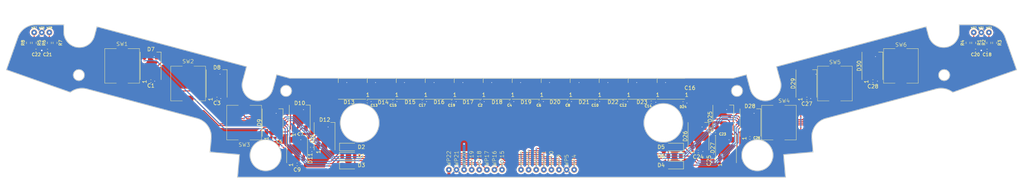
<source format=kicad_pcb>
(kicad_pcb (version 20221018) (generator pcbnew)
  (layers (0 "F.Cu" signal) (31 "B.Cu" signal) (34 "B.Paste" user) (35 "F.Paste" user) (36 "B.SilkS" user "B.Silkscreen") (37 "F.SilkS" user "F.Silkscreen") (38 "B.Mask" user) (39 "F.Mask" user) (44 "Edge.Cuts" user))
  (net 0 "")
  (net 1 "~")
  (net 2 "/EN3_B")
  (net 3 "/EN3_A")
  (net 4 "/EN4_B")
  (net 5 "/EN4_A")
  (net 6 "Net-(D1-K)")
  (net 7 "/ROW5")
  (net 8 "Net-(D2-K)")
  (net 9 "Net-(D3-K)")
  (net 10 "Net-(D4-K)")
  (net 11 "Net-(D5-K)")
  (net 12 "Net-(D6-K)")
  (net 13 "Net-(D7-DOUT)")
  (net 14 "/LED_DOUT")
  (net 15 "Net-(D10-DIN)")
  (net 16 "Net-(D25-DOUT)")
  (net 17 "Net-(D8-DOUT)")
  (net 18 "Net-(D10-DOUT)")
  (net 19 "Net-(D11-DOUT)")
  (net 20 "Net-(D12-DOUT)")
  (net 21 "Net-(D13-DOUT)")
  (net 22 "Net-(D14-DOUT)")
  (net 23 "Net-(D15-DOUT)")
  (net 24 "Net-(D16-DOUT)")
  (net 25 "Net-(D17-DOUT)")
  (net 26 "Net-(D18-DOUT)")
  (net 27 "Net-(D19-DOUT)")
  (net 28 "Net-(D20-DOUT)")
  (net 29 "Net-(D21-DOUT)")
  (net 30 "Net-(D22-DOUT)")
  (net 31 "Net-(D23-DOUT)")
  (net 32 "Net-(D24-DOUT)")
  (net 33 "Net-(D26-DOUT)")
  (net 34 "Net-(D27-DOUT)")
  (net 35 "Net-(D28-DOUT)")
  (net 36 "Net-(D29-DOUT)")
  (net 38 "Net-(R1-Pad2)")
  (net 39 "Net-(R2-Pad2)")
  (net 40 "/+5V")
  (net 41 "Net-(R5-Pad2)")
  (net 42 "Net-(R6-Pad2)")
  (net 43 "/+3.3V")
  (net 44 "/COL7")
  (net 45 "/COL8")
  (net 46 "/COL9")
  (net 47 "/COL10")
  (net 48 "/COL11")
  (net 49 "/COL12")
  (footprint "SWITCH-SMD-TACTILE:SKSTAJE010" (layer "F.Cu") (at 232.755643 76.617849 90)
    (fp_text reference "SW5")
    (fp_text value "SKSTAJE010")
  )
  (footprint "SWITCH-SMD-TACTILE:SKSTAJE010" (layer "F.Cu") (at 250.142308 71.959106 90)
    (fp_text reference "SW6")
    (fp_text value "SKSTAJE010")
  )
  (footprint "LED_SMD:LED_WS2812B_PLCC4_5.0x5.0mm_P3.2mm" (layer "F.Cu") (at 120.847002 78.009112 180)
    (fp_text reference "D15")
    (fp_text value "WS2812B")
  )
  (footprint "Diode_SMD:D_SOD-123" (layer "F.Cu") (at 104.624275 93.380738)
    (fp_text reference "D2")
    (fp_text value "BAT43W-TP")
  )
  (footprint "LED_SMD:LED_WS2812B_PLCC4_5.0x5.0mm_P3.2mm" (layer "F.Cu") (at 225.255643 76.617849 90)
    (fp_text reference "D29")
    (fp_text value "WS2812B")
  )
  (footprint "Capacitor_SMD:C_0402_1005Metric" (layer "F.Cu") (at 91.094275 97.980738)
    (fp_text reference "C9")
    (fp_text value "100nF-CER-25V-0402")
  )
  (footprint "WIRE-POINT:WP 24AWG" (layer "F.Cu") (at 139.074275 99.380738)
    (fp_text reference "WP18")
    (fp_text value "~")
  )
  (footprint "LED_SMD:LED_WS2812B_PLCC4_5.0x5.0mm_P3.2mm" (layer "F.Cu") (at 166.665184 78.009112 180)
    (fp_text reference "D21")
    (fp_text value "WS2812B")
  )
  (footprint "Resistor_SMD:R_0603_1608Metric" (layer "F.Cu") (at 267.824275 65.880738 90)
    (fp_text reference "R4")
    (fp_text value "10kR-SMD-100mW-0603")
  )
  (footprint "Capacitor_SMD:C_0402_1005Metric" (layer "F.Cu") (at 210.374275 90.980738)
    (fp_text reference "C26")
    (fp_text value "100nF-CER-25V-0402")
  )
  (footprint "SWITCH-SMD-TACTILE:SKSTAJE010" (layer "F.Cu") (at 218.010906 86.942225 90)
    (fp_text reference "SW4")
    (fp_text value "SKSTAJE010")
  )
  (footprint "LED_SMD:LED_WS2812B_PLCC4_5.0x5.0mm_P3.2mm" (layer "F.Cu") (at 52.506242 71.959106 90)
    (fp_text reference "D7")
    (fp_text value "WS2812B")
  )
  (footprint "WIRE-POINT:WP 24AWG" (layer "F.Cu") (at 271.324275 63.130738)
    (fp_text reference "WP1")
    (fp_text value "~")
  )
  (footprint "Capacitor_SMD:C_0402_1005Metric" (layer "F.Cu") (at 52.574275 75.980738)
    (fp_text reference "C1")
    (fp_text value "100nF-CER-25V-0402")
  )
  (footprint "WIRE-POINT:WP 24AWG" (layer "F.Cu") (at 162.074275 99.380738)
    (fp_text reference "WP5")
    (fp_text value "~")
  )
  (footprint "WIRE-POINT:WP 24AWG" (layer "F.Cu") (at 269.324275 63.130738)
    (fp_text reference "WP2")
    (fp_text value "~")
  )
  (footprint "WIRE-POINT:WP 24AWG" (layer "F.Cu") (at 143.074275 99.380738)
    (fp_text reference "WP16")
    (fp_text value "~")
  )
  (footprint "Capacitor_SMD:C_0402_1005Metric" (layer "F.Cu") (at 139.304275 81.380738)
    (fp_text reference "C2")
    (fp_text value "100nF-CER-25V-0402")
  )
  (footprint "WIRE-POINT:WP 24AWG" (layer "F.Cu") (at 158.074275 99.380738)
    (fp_text reference "WP10")
    (fp_text value "~")
  )
  (footprint "Capacitor_SMD:C_0402_1005Metric" (layer "F.Cu") (at 124.054275 81.380738)
    (fp_text reference "C17")
    (fp_text value "100nF-CER-25V-0402")
  )
  (footprint "Capacitor_SMD:C_0402_1005Metric" (layer "F.Cu") (at 269.804275 67.880738)
    (fp_text reference "C20")
    (fp_text value "100nF-CER-25V-0402")
  )
  (footprint "Capacitor_SMD:C_0402_1005Metric" (layer "F.Cu") (at 25.344275 67.880738 180)
    (fp_text reference "C21")
    (fp_text value "100nF-CER-25V-0402")
  )
  (footprint "Resistor_SMD:R_0603_1608Metric" (layer "F.Cu") (at 27.324275 65.880738 90)
    (fp_text reference "R7")
    (fp_text value "10kR-SMD-100mW-0603")
  )
  (footprint "LED_SMD:LED_WS2812B_PLCC4_5.0x5.0mm_P3.2mm" (layer "F.Cu") (at 98.320751 90.546271 90)
    (fp_text reference "D12")
    (fp_text value "WS2812B")
  )
  (footprint "WIRE-POINT:WP 24AWG" (layer "F.Cu") (at 141.074275 99.380738)
    (fp_text reference "WP17")
    (fp_text value "~")
  )
  (footprint "Capacitor_SMD:C_0402_1005Metric" (layer "F.Cu") (at 69.974275 80.580738)
    (fp_text reference "C3")
    (fp_text value "100nF-CER-25V-0402")
  )
  (footprint "Capacitor_SMD:C_0402_1005Metric" (layer "F.Cu") (at 176.974275 81.380738)
    (fp_text reference "C12")
    (fp_text value "100nF-CER-25V-0402")
  )
  (footprint "LED_SMD:LED_WS2812B_PLCC4_5.0x5.0mm_P3.2mm" (layer "F.Cu") (at 181.937911 78.009112 180)
    (fp_text reference "D23")
    (fp_text value "WS2812B")
  )
  (footprint "LED_SMD:LED_WS2812B_PLCC4_5.0x5.0mm_P3.2mm" (layer "F.Cu") (at 91.082419 93.921561 90)
    (fp_text reference "D11")
    (fp_text value "WS2812B")
  )
  (footprint "LED_SMD:LED_WS2812B_PLCC4_5.0x5.0mm_P3.2mm" (layer "F.Cu") (at 189.574275 78.009112 180)
    (fp_text reference "D24")
    (fp_text value "WS2812B")
  )
  (footprint "Resistor_SMD:R_0603_1608Metric" (layer "F.Cu") (at 21.824275 65.880738 90)
    (fp_text reference "R5")
    (fp_text value "10kR-SMD-100mW-0603")
  )
  (footprint "Capacitor_SMD:C_0402_1005Metric" (layer "F.Cu") (at 184.374275 81.580738)
    (fp_text reference "C14")
    (fp_text value "100nF-CER-25V-0402")
  )
  (footprint "Capacitor_SMD:C_0402_1005Metric" (layer "F.Cu") (at 225.374275 80.580738)
    (fp_text reference "C27")
    (fp_text value "100nF-CER-25V-0402")
  )
  (footprint "LED_SMD:LED_WS2812B_PLCC4_5.0x5.0mm_P3.2mm" (layer "F.Cu") (at 105.574275 78.009112 180)
    (fp_text reference "D13")
    (fp_text value "WS2812B")
  )
  (footprint "Capacitor_SMD:C_0402_1005Metric" (layer "F.Cu") (at 169.574275 81.380738)
    (fp_text reference "C10")
    (fp_text value "100nF-CER-25V-0402")
  )
  (footprint "WIRE-POINT:WP 24AWG" (layer "F.Cu") (at 154.074275 99.380738)
    (fp_text reference "WP12")
    (fp_text value "~")
  )
  (footprint "LED_SMD:LED_WS2812B_PLCC4_5.0x5.0mm_P3.2mm" (layer "F.Cu") (at 91.778498 85.965337 90)
    (fp_text reference "D10")
    (fp_text value "WS2812B")
  )
  (footprint "WIRE-POINT:WP 24AWG" (layer "F.Cu") (at 150.074275 99.380738)
    (fp_text reference "WP14")
    (fp_text value "~")
  )
  (footprint "LED_SMD:LED_WS2812B_PLCC4_5.0x5.0mm_P3.2mm" (layer "F.Cu") (at 136.11973 78.009112 180)
    (fp_text reference "D17")
    (fp_text value "WS2812B")
  )
  (footprint "Capacitor_SMD:C_0402_1005Metric" (layer "F.Cu") (at 154.804275 81.380738)
    (fp_text reference "C6")
    (fp_text value "100nF-CER-25V-0402")
  )
  (footprint "WIRE-POINT:WP 24AWG" (layer "F.Cu") (at 273.324275 63.130738)
    (fp_text reference "WP3")
    (fp_text value "~")
  )
  (footprint "LED_SMD:LED_WS2812B_PLCC4_5.0x5.0mm_P3.2mm" (layer "F.Cu") (at 196.827799 90.546271 90)
    (fp_text reference "D26")
    (fp_text value "WS2812B")
  )
  (footprint "LED_SMD:LED_WS2812B_PLCC4_5.0x5.0mm_P3.2mm" (layer "F.Cu") (at 69.892907 76.617849 90)
    (fp_text reference "D8")
    (fp_text value "WS2812B")
  )
  (footprint "Diode_SMD:D_SOD-123" (layer "F.Cu") (at 190.524275 95.780738 180)
    (fp_text reference "D6")
    (fp_text value "BAT43W-TP")
  )
  (footprint "LED_SMD:LED_WS2812B_PLCC4_5.0x5.0mm_P3.2mm" (layer "F.Cu") (at 204.066131 93.921561 90)
    (fp_text reference "D27")
    (fp_text value "WS2812B")
  )
  (footprint "WIRE-POINT:WP 24AWG" (layer "F.Cu") (at 135.074275 99.380738)
    (fp_text reference "WP20")
    (fp_text value "~")
  )
  (footprint "WIRE-POINT:WP 24AWG" (layer "F.Cu") (at 23.824275 63.130738 -90)
    (fp_text reference "WP6")
    (fp_text value "~")
  )
  (footprint "WIRE-POINT:WP 24AWG" (layer "F.Cu") (at 25.824275 63.130738 -90)
    (fp_text reference "WP8")
    (fp_text value "~")
  )
  (footprint "LED_SMD:LED_WS2812B_PLCC4_5.0x5.0mm_P3.2mm" (layer "F.Cu") (at 84.637644 86.942225 90)
    (fp_text reference "D9")
    (fp_text value "WS2812B")
  )
  (footprint "Capacitor_SMD:C_0402_1005Metric" (layer "F.Cu") (at 94.974275 93.460738 -90)
    (fp_text reference "C11")
    (fp_text value "100nF-CER-25V-0402")
  )
  (footprint "LED_SMD:LED_WS2812B_PLCC4_5.0x5.0mm_P3.2mm" (layer "F.Cu") (at 210.510906 86.942225 90)
    (fp_text reference "D28")
    (fp_text value "WS2812B")
  )
  (footprint "Capacitor_SMD:C_0402_1005Metric" (layer "F.Cu") (at 192.774275 81.780738)
    (fp_text reference "C16")
    (fp_text value "100nF-CER-25V-0402")
  )
  (footprint "Diode_SMD:D_SOD-123" (layer "F.Cu") (at 190.524275 98.180738 180)
    (fp_text reference "D4")
    (fp_text value "BAT43W-TP")
  )
  (footprint "SWITCH-SMD-TACTILE:SKSTAJE010" (layer "F.Cu") (at 77.137644 86.942225 90)
    (fp_text reference "SW3")
    (fp_text value "SKSTAJE010")
  )
  (footprint "SWITCH-SMD-TACTILE:SKSTAJE010" (layer "F.Cu") (at 45.006242 71.959106 90)
    (fp_text reference "SW1")
    (fp_text value "SKSTAJE010")
  )
  (footprint "Capacitor_SMD:C_0402_1005Metric" (layer "F.Cu") (at 22.304275 67.880738)
    (fp_text reference "C22")
    (fp_text value "100nF-CER-25V-0402")
  )
  (footprint "Capacitor_SMD:C_0402_1005Metric" (layer "F.Cu") (at 109.574275 81.380738)
    (fp_text reference "C13")
    (fp_text value "100nF-CER-25V-0402")
  )
  (footprint "WIRE-POINT:WP 24AWG" (layer "F.Cu") (at 131.074275 99.380738)
    (fp_text reference "WP22")
    (fp_text value "~")
  )
  (footprint "LED_SMD:LED_WS2812B_PLCC4_5.0x5.0mm_P3.2mm" (layer "F.Cu") (at 143.756093 78.009112 180)
    (fp_text reference "D18")
    (fp_text value "WS2812B")
  )
  (footprint "WIRE-POINT:WP 24AWG" (layer "F.Cu") (at 21.824275 63.130738 -90)
    (fp_text reference "WP7")
    (fp_text value "~")
  )
  (footprint "WIRE-POINT:WP 24AWG" (layer "F.Cu") (at 145.074275 99.380738)
    (fp_text reference "WP15")
    (fp_text value "~")
  )
  (footprint "Capacitor_SMD:C_0402_1005Metric" (layer "F.Cu") (at 147.054275 81.380738)
    (fp_text reference "C4")
    (fp_text value "100nF-CER-25V-0402")
  )
  (footprint "SWITCH-SMD-TACTILE:SKSTAJE010" (layer "F.Cu") (at 62.392907 76.617849 90)
    (fp_text reference "SW2")
    (fp_text value "SKSTAJE010")
  )
  (footprint "Diode_SMD:D_SOD-123" (layer "F.Cu") (at 104.624275 98.180738)
    (fp_text reference "D3")
    (fp_text value "BAT43W-TP")
  )
  (footprint "Diode_SMD:D_SOD-123" (layer "F.Cu") (at 190.524275 93.380738 180)
    (fp_text reference "D5")
    (fp_text value "BAT43W-TP")
  )
  (footprint "Resistor_SMD:R_0603_1608Metric" (layer "F.Cu") (at 273.324275 65.880738 90)
    (fp_text reference "R2")
    (fp_text value "10kR-SMD-100mW-0603")
  )
  (footprint "Capacitor_SMD:C_0402_1005Metric" (layer "F.Cu") (at 200.774275 96.380738 90)
    (fp_text reference "C25")
    (fp_text value "100nF-CER-25V-0402")
  )
  (footprint "Capacitor_SMD:C_0402_1005Metric" (layer "F.Cu") (at 131.804275 81.380738)
    (fp_text reference "C19")
    (fp_text value "100nF-CER-25V-0402")
  )
  (footprint "Resistor_SMD:R_0603_1608Metric" (layer "F.Cu") (at 25.824275 65.880738 90)
    (fp_text reference "R6")
    (fp_text value "10kR-SMD-100mW-0603")
  )
  (footprint "LED_SMD:LED_WS2812B_PLCC4_5.0x5.0mm_P3.2mm" (layer "F.Cu") (at 242.642308 71.959106 90)
    (fp_text reference "D30")
    (fp_text value "WS2812B")
  )
  (footprint "Capacitor_SMD:C_0402_1005Metric" (layer "F.Cu") (at 116.304275 81.380738)
    (fp_text reference "C15")
    (fp_text value "100nF-CER-25V-0402")
  )
  (footprint "WIRE-POINT:WP 24AWG" (layer "F.Cu") (at 156.074275 99.380738)
    (fp_text reference "WP11")
    (fp_text value "~")
  )
  (footprint "WIRE-POINT:WP 24AWG" (layer "F.Cu") (at 137.074275 99.380738)
    (fp_text reference "WP19")
    (fp_text value "~")
  )
  (footprint "Resistor_SMD:R_0603_1608Metric" (layer "F.Cu") (at 274.824275 65.880738 90)
    (fp_text reference "R3")
    (fp_text value "10kR-SMD-100mW-0603")
  )
  (footprint "WIRE-POINT:WP 24AWG" (layer "F.Cu") (at 164.074275 99.380738)
    (fp_text reference "WP4")
    (fp_text value "~")
  )
  (footprint "Capacitor_SMD:C_0402_1005Metric" (layer "F.Cu") (at 242.774275 75.980738)
    (fp_text reference "C28")
    (fp_text value "100nF-CER-25V-0402")
  )
  (footprint "LED_SMD:LED_WS2812B_PLCC4_5.0x5.0mm_P3.2mm" (layer "F.Cu") (at 203.370052 85.965337 90)
    (fp_text reference "D25")
    (fp_text value "WS2812B")
  )
  (footprint "Capacitor_SMD:C_0402_1005Metric" (layer "F.Cu") (at 272.844275 67.880738 180)
    (fp_text reference "C18")
    (fp_text value "100nF-CER-25V-0402")
  )
  (footprint "WIRE-POINT:WP 24AWG" (layer "F.Cu") (at 152.074275 99.380738)
    (fp_text reference "WP13")
    (fp_text value "~")
  )
  (footprint "Capacitor_SMD:C_0402_1005Metric" (layer "F.Cu") (at 162.304275 81.380738)
    (fp_text reference "C8")
    (fp_text value "100nF-CER-25V-0402")
  )
  (footprint "Diode_SMD:D_SOD-123" (layer "F.Cu") (at 104.624275 95.780738)
    (fp_text reference "D1")
    (fp_text value "BAT43W-TP")
  )
  (footprint "LED_SMD:LED_WS2812B_PLCC4_5.0x5.0mm_P3.2mm" (layer "F.Cu") (at 174.301548 78.009112 180)
    (fp_text reference "D22")
    (fp_text value "WS2812B")
  )
  (footprint "LED_SMD:LED_WS2812B_PLCC4_5.0x5.0mm_P3.2mm" (layer "F.Cu") (at 151.392457 78.009112 180)
    (fp_text reference "D19")
    (fp_text value "WS2812B")
  )
  (footprint "WIRE-POINT:WP 24AWG" (layer "F.Cu") (at 160.074275 99.380738)
    (fp_text reference "WP9")
    (fp_text value "~")
  )
  (footprint "Capacitor_SMD:C_0402_1005Metric" (layer "F.Cu") (at 196.774275 94.580738)
    (fp_text reference "C24")
    (fp_text value "100nF-CER-25V-0402")
  )
  (footprint "LED_SMD:LED_WS2812B_PLCC4_5.0x5.0mm_P3.2mm" (layer "F.Cu") (at 113.210639 78.009112 180)
    (fp_text reference "D14")
    (fp_text value "WS2812B")
  )
  (footprint "LED_SMD:LED_WS2812B_PLCC4_5.0x5.0mm_P3.2mm" (layer "F.Cu") (at 128.483366 78.009112 180)
    (fp_text reference "D16")
    (fp_text value "WS2812B")
  )
  (footprint "WIRE-POINT:WP 24AWG" (layer "F.Cu") (at 133.074275 99.380738)
    (fp_text reference "WP21")
    (fp_text value "~")
  )
  (footprint "Resistor_SMD:R_0603_1608Metric" (layer "F.Cu") (at 20.324275 65.880738 90)
    (fp_text reference "R8")
    (fp_text value "10kR-SMD-100mW-0603")
  )
  (footprint "LED_SMD:LED_WS2812B_PLCC4_5.0x5.0mm_P3.2mm" (layer "F.Cu") (at 159.02882 78.009112 180)
    (fp_text reference "D20")
    (fp_text value "WS2812B")
  )
  (footprint "Resistor_SMD:R_0603_1608Metric" (layer "F.Cu") (at 269.324275 65.880738 90)
    (fp_text reference "R1")
    (fp_text value "10kR-SMD-100mW-0603")
  )
  (footprint "Capacitor_SMD:C_0402_1005Metric" (layer "F.Cu") (at 201.294275 89.980738 180)
    (fp_text reference "C23")
    (fp_text value "100nF-CER-25V-0402")
  )
  (footprint "Capacitor_SMD:C_0402_1005Metric" (layer "F.Cu") (at 90.054275 89.980738)
    (fp_text reference "C7")
    (fp_text value "100nF-CER-25V-0402")
  )
  (footprint "Capacitor_SMD:C_0402_1005Metric" (layer "F.Cu") (at 84.774275 90.980738)
    (fp_text reference "C5")
    (fp_text value "100nF-CER-25V-0402")
  )
  (gr_line (start 219.253088 95.40357) (end 227.023406 94.723755) (stroke (width 0.2)) (layer "Edge.Cuts"))
  (gr_line (start 38.36198 61.585989) (end 37.703224 64.044503) (stroke (width 0.2)) (layer "Edge.Cuts"))
  (gr_arc (start 218.394047 76.00063) (mid 215.494913 81.022085) (end 210.473456 78.122947) (stroke (width 0.2)) (layer "Edge.Cuts"))
  (gr_line (start 14.5 73) (end 31.345272 78.955703) (stroke (width 0.2)) (layer "Edge.Cuts"))
  (gr_arc (start 37.703224 64.044503) (mid 33.207771 67.048269) (end 29.642928 62.983345) (stroke (width 0.2)) (layer "Edge.Cuts"))
  (gr_line (start 35.720621 78.063823) (end 64.754529 85.843436) (stroke (width 0.2)) (layer "Edge.Cuts"))
  (gr_line (start 217.362198 72.149717) (end 218.394047 76.00063) (stroke (width 0.2)) (layer "Edge.Cuts"))
  (gr_circle (center 33.599301 74.389589) (end 35.049301 74.389589) (stroke (width 0.2)) (fill none) (layer "Edge.Cuts"))
  (gr_line (start 68.125144 94.723755) (end 75.895462 95.40357) (stroke (width 0.2)) (layer "Edge.Cuts"))
  (gr_line (start 75.372528 101.380738) (end 219.776022 101.380738) (stroke (width 0.2)) (layer "Edge.Cuts"))
  (gr_arc (start 226.707142 91.108843) (mid 227.592379 87.805216) (end 230.394021 85.843436) (stroke (width 0.2)) (layer "Edge.Cuts"))
  (gr_line (start 257.445326 64.044503) (end 256.78657 61.585989) (stroke (width 0.2)) (layer "Edge.Cuts"))
  (gr_line (start 272.899842 61.083345) (end 265.505622 61.083345) (stroke (width 0.2)) (layer "Edge.Cuts"))
  (gr_line (start 85.706944 74.272034) (end 84.675094 78.122947) (stroke (width 0.2)) (layer "Edge.Cuts"))
  (gr_line (start 227.023406 94.723755) (end 226.707142 91.108843) (stroke (width 0.2)) (layer "Edge.Cuts"))
  (gr_line (start 280.64855 73) (end 277.613887 64.416678) (stroke (width 0.2)) (layer "Edge.Cuts"))
  (gr_line (start 265.505622 61.083345) (end 265.505622 62.983345) (stroke (width 0.2)) (layer "Edge.Cuts"))
  (gr_arc (start 17.534663 64.416678) (mid 19.361957 62.000862) (end 22.248708 61.083345) (stroke (width 0.2)) (layer "Edge.Cuts"))
  (gr_arc (start 259.427929 78.063823) (mid 261.720686 77.994222) (end 263.803278 78.955703) (stroke (width 0.2)) (layer "Edge.Cuts"))
  (gr_arc (start 64.754529 85.843436) (mid 67.556194 87.805183) (end 68.441408 91.108843) (stroke (width 0.2)) (layer "Edge.Cuts"))
  (gr_arc (start 265.505622 62.983345) (mid 261.940782 67.048263) (end 257.445326 64.044503) (stroke (width 0.2)) (layer "Edge.Cuts"))
  (gr_line (start 209.441606 74.272034) (end 205.944382 75.209112) (stroke (width 0.2)) (layer "Edge.Cuts"))
  (gr_arc (start 272.899842 61.083345) (mid 275.786602 62.000852) (end 277.613887 64.416678) (stroke (width 0.2)) (layer "Edge.Cuts"))
  (gr_line (start 29.642928 62.983345) (end 29.642928 61.083345) (stroke (width 0.2)) (layer "Edge.Cuts"))
  (gr_line (start 219.776022 101.380738) (end 219.253088 95.40357) (stroke (width 0.2)) (layer "Edge.Cuts"))
  (gr_line (start 29.642928 61.083345) (end 22.248708 61.083345) (stroke (width 0.2)) (layer "Edge.Cuts"))
  (gr_line (start 77.786352 72.149717) (end 38.36198 61.585989) (stroke (width 0.2)) (layer "Edge.Cuts"))
  (gr_arc (start 31.345272 78.955703) (mid 33.427854 77.994202) (end 35.720621 78.063823) (stroke (width 0.2)) (layer "Edge.Cuts"))
  (gr_circle (center 212.340152 95.556973) (end 216.440152 95.556973) (stroke (width 0.2)) (fill none) (layer "Edge.Cuts"))
  (gr_line (start 210.473456 78.122947) (end 209.441606 74.272034) (stroke (width 0.2)) (layer "Edge.Cuts"))
  (gr_line (start 75.895462 95.40357) (end 75.372528 101.380738) (stroke (width 0.2)) (layer "Edge.Cuts"))
  (gr_line (start 263.803278 78.955703) (end 280.64855 73) (stroke (width 0.2)) (layer "Edge.Cuts"))
  (gr_circle (center 261.549249 74.389589) (end 262.999249 74.389589) (stroke (width 0.2)) (fill none) (layer "Edge.Cuts"))
  (gr_circle (center 206.966733 78.558641) (end 208.416733 78.558641) (stroke (width 0.2)) (fill none) (layer "Edge.Cuts"))
  (gr_circle (center 82.808398 95.556973) (end 86.908398 95.556973) (stroke (width 0.2)) (fill none) (layer "Edge.Cuts"))
  (gr_arc (start 84.675094 78.122947) (mid 79.653641 81.022083) (end 76.754503 76.00063) (stroke (width 0.2)) (layer "Edge.Cuts"))
  (gr_line (start 68.441408 91.108843) (end 68.125144 94.723755) (stroke (width 0.2)) (layer "Edge.Cuts"))
  (gr_line (start 205.944382 75.209112) (end 89.204168 75.209112) (stroke (width 0.2)) (layer "Edge.Cuts"))
  (gr_line (start 17.534663 64.416678) (end 14.5 73) (stroke (width 0.2)) (layer "Edge.Cuts"))
  (gr_line (start 76.754503 76.00063) (end 77.786352 72.149717) (stroke (width 0.2)) (layer "Edge.Cuts"))
  (gr_line (start 230.394021 85.843436) (end 259.427929 78.063823) (stroke (width 0.2)) (layer "Edge.Cuts"))
  (gr_circle (center 107.574275 87.009112) (end 112.674275 87.009112) (stroke (width 0.2)) (fill none) (layer "Edge.Cuts"))
  (gr_circle (center 187.574275 87.009112) (end 192.674275 87.009112) (stroke (width 0.2)) (fill none) (layer "Edge.Cuts"))
  (gr_circle (center 88.181817 78.558641) (end 89.631817 78.558641) (stroke (width 0.2)) (fill none) (layer "Edge.Cuts"))
  (gr_line (start 89.204168 75.209112) (end 85.706944 74.272034) (stroke (width 0.2)) (layer "Edge.Cuts"))
  (gr_line (start 256.78657 61.585989) (end 217.362198 72.149717) (stroke (width 0.2)) (layer "Edge.Cuts"))
  (segment (start 200.774275 95.180738) (end 200.774275 95.900738) (width 0.25) (layer "F.Cu") (net 1))
  (segment (start 99.258742 88.096271) (end 99.970751 88.096271) (width 0.25) (layer "F.Cu") (net 1))
  (segment (start 184.854275 81.580738) (end 185.574275 81.580738) (width 0.25) (layer "F.Cu") (net 1))
  (segment (start 94.974275 94.580738) (end 94.974275 93.940738) (width 0.25) (layer "F.Cu") (net 1))
  (segment (start 200.814275 89.980738) (end 200.174275 89.980738) (width 0.25) (layer "F.Cu") (net 1))
  (segment (start 53.445907 69.509106) (end 54.156242 69.509106) (width 0.25) (layer "F.Cu") (net 1))
  (segment (start 91.574275 97.980738) (end 92.174275 97.980738) (width 0.25) (layer "F.Cu") (net 1))
  (segment (start 92.065098 91.471561) (end 92.732419 91.471561) (width 0.25) (layer "F.Cu") (net 1))
  (segment (start 147.534275 81.380738) (end 148.174275 81.380738) (width 0.25) (layer "F.Cu") (net 1))
  (segment (start 127.174275 76.359112) (end 126.033366 76.359112) (width 0.25) (layer "F.Cu") (net 1))
  (segment (start 193.254275 81.780738) (end 193.774275 81.780738) (width 0.25) (layer "F.Cu") (net 1))
  (segment (start 140.374275 81.380738) (end 139.784275 81.380738) (width 0.25) (layer "F.Cu") (net 1))
  (segment (start 188.152649 76.359112) (end 187.124275 76.359112) (width 0.25) (layer "F.Cu") (net 1))
  (segment (start 85.574275 84.492225) (end 86.287644 84.492225) (width 0.25) (layer "F.Cu") (net 1))
  (segment (start 271.074275 67.880738) (end 271.174275 67.780738) (width 0.381) (layer "F.Cu") (net 1))
  (segment (start 125.174275 81.380738) (end 124.534275 81.380738) (width 0.25) (layer "F.Cu") (net 1))
  (segment (start 172.952649 76.359112) (end 171.851548 76.359112) (width 0.25) (layer "F.Cu") (net 1))
  (segment (start 271.174275 67.780738) (end 271.274275 67.880738) (width 0.381) (layer "F.Cu") (net 1))
  (segment (start 157.574275 76.359112) (end 156.57882 76.359112) (width 0.25) (layer "F.Cu") (net 1))
  (segment (start 271.274275 67.880738) (end 272.364275 67.880738) (width 0.381) (layer "F.Cu") (net 1))
  (segment (start 170.054275 81.380738) (end 170.774275 81.380738) (width 0.25) (layer "F.Cu") (net 1))
  (segment (start 197.774275 88.096271) (end 198.477799 88.096271) (width 0.25) (layer "F.Cu") (net 1))
  (segment (start 177.454275 81.380738) (end 178.174275 81.380738) (width 0.25) (layer "F.Cu") (net 1))
  (segment (start 111.752649 76.359112) (end 110.760639 76.359112) (width 0.25) (layer "F.Cu") (net 1))
  (segment (start 132.974275 81.380738) (end 132.284275 81.380738) (width 0.25) (layer "F.Cu") (net 1))
  (segment (start 204.239676 83.515337) (end 205.020052 83.515337) (width 0.25) (layer "F.Cu") (net 1))
  (segment (start 53.054275 75.980738) (end 53.574275 75.980738) (width 0.25) (layer "F.Cu") (net 1))
  (segment (start 243.254275 75.980738) (end 243.974275 75.980738) (width 0.25) (layer "F.Cu") (net 1))
  (segment (start 211.462788 84.492225) (end 212.160906 84.492225) (width 0.25) (layer "F.Cu") (net 1))
  (segment (start 70.787164 74.167849) (end 71.542907 74.167849) (width 0.25) (layer "F.Cu") (net 1))
  (segment (start 92.774275 83.515337) (end 93.428498 83.515337) (width 0.25) (layer "F.Cu") (net 1))
  (segment (start 155.284275 81.380738) (end 155.974275 81.380738) (width 0.25) (layer "F.Cu") (net 1))
  (segment (start 165.352649 76.359112) (end 164.215184 76.359112) (width 0.25) (layer "F.Cu") (net 1))
  (segment (start 90.534275 89.980738) (end 91.174275 89.980738) (width 0.25) (layer "F.Cu") (net 1))
  (segment (start 197.974275 94.580738) (end 197.254275 94.580738) (width 0.25) (layer "F.Cu") (net 1))
  (segment (start 142.352649 76.359112) (end 141.306093 76.359112) (width 0.25) (layer "F.Cu") (net 1))
  (segment (start 110.054275 81.380738) (end 110.574275 81.380738) (width 0.25) (layer "F.Cu") (net 1))
  (segment (start 149.974275 76.359112) (end 148.942457 76.359112) (width 0.25) (layer "F.Cu") (net 1))
  (segment (start 180.552649 76.359112) (end 179.487911 76.359112) (width 0.25) (layer "F.Cu") (net 1))
  (segment (start 70.454275 80.580738) (end 70.974275 80.580738) (width 0.25) (layer "F.Cu") (net 1))
  (segment (start 225.854275 80.580738) (end 226.374275 80.580738) (width 0.25) (layer "F.Cu") (net 1))
  (segment (start 104.174275 76.359112) (end 103.124275 76.359112) (width 0.25) (layer "F.Cu") (net 1))
  (segment (start 227.761386 74.167849) (end 226.905643 74.167849) (width 0.25) (layer "F.Cu") (net 1))
  (segment (start 204.883452 91.471561) (end 205.716131 91.471561) (width 0.25) (layer "F.Cu") (net 1))
  (segment (start 85.254275 90.980738) (end 85.774275 90.980738) (width 0.25) (layer "F.Cu") (net 1))
  (segment (start 117.374275 81.380738) (end 116.784275 81.380738) (width 0.25) (layer "F.Cu") (net 1))
  (segment (start 134.752649 76.359112) (end 133.66973 76.359112) (width 0.25) (layer "F.Cu") (net 1))
  (segment (start 118.397002 76.359112) (end 119.374275 76.359112) (width 0.254) (layer "F.Cu") (net 1))
  (segment (start 244.292308 69.509106) (end 243.445907 69.509106) (width 0.25) (layer "F.Cu") (net 1))
  (segment (start 270.284275 67.880738) (end 271.074275 67.880738) (width 0.381) (layer "F.Cu") (net 1))
  (segment (start 162.784275 81.380738) (end 163.374275 81.380738) (width 0.25) (layer "F.Cu") (net 1))
  (segment (start 22.784275 67.880738) (end 24.864275 67.880738) (width 0.381) (layer "F.Cu") (net 1))
  (via (at 53.574275 75.980738) (size 0.4064) (drill 0.2032) (layers "F.Cu" "B.Cu") (net 1))
  (via (at 142.352649 76.359112) (size 0.4064) (drill 0.2032) (layers "F.Cu" "B.Cu") (net 1))
  (via (at 165.352649 76.359112) (size 0.4064) (drill 0.2032) (layers "F.Cu" "B.Cu") (net 1))
  (via (at 92.065098 91.471561) (size 0.4064) (drill 0.2032) (layers "F.Cu" "B.Cu") (net 1))
  (via (at 204.239676 83.515337) (size 0.4064) (drill 0.2032) (layers "F.Cu" "B.Cu") (net 1))
  (via (at 149.974275 76.359112) (size 0.4064) (drill 0.2032) (layers "F.Cu" "B.Cu") (net 1))
  (via (at 243.445907 69.509106) (size 0.4064) (drill 0.2032) (layers "F.Cu" "B.Cu") (net 1))
  (via (at 243.974275 75.980738) (size 0.4064) (drill 0.2032) (layers "F.Cu" "B.Cu") (net 1))
  (via (at 140.374275 81.380738) (size 0.4064) (drill 0.2032) (layers "F.Cu" "B.Cu") (net 1))
  (via (at 148.174275 81.380738) (size 0.4064) (drill 0.2032) (layers "F.Cu" "B.Cu") (net 1))
  (via (at 178.174275 81.380738) (size 0.4064) (drill 0.2032) (layers "F.Cu" "B.Cu") (net 1))
  (via (at 200.774275 95.180738) (size 0.4064) (drill 0.2032) (layers "F.Cu" "B.Cu") (net 1))
  (via (at 172.952649 76.359112) (size 0.4064) (drill 0.2032) (layers "F.Cu" "B.Cu") (net 1))
  (via (at 70.787164 74.167849) (size 0.4064) (drill 0.2032) (layers "F.Cu" "B.Cu") (net 1))
  (via (at 204.883452 91.471561) (size 0.4064) (drill 0.2032) (layers "F.Cu" "B.Cu") (net 1))
  (via (at 226.374275 80.580738) (size 0.4064) (drill 0.2032) (layers "F.Cu" "B.Cu") (net 1))
  (via (at 197.774275 88.096271) (size 0.4064) (drill 0.2032) (layers "F.Cu" "B.Cu") (net 1))
  (via (at 125.174275 81.380738) (size 0.4064) (drill 0.2032) (layers "F.Cu" "B.Cu") (net 1))
  (via (at 170.774275 81.380738) (size 0.4064) (drill 0.2032) (layers "F.Cu" "B.Cu") (net 1))
  (via (at 104.174275 76.359112) (size 0.4064) (drill 0.2032) (layers "F.Cu" "B.Cu") (net 1))
  (via (at 127.174275 76.359112) (size 0.4064) (drill 0.2032) (layers "F.Cu" "B.Cu") (net 1))
  (via (at 180.552649 76.359112) (size 0.4064) (drill 0.2032) (layers "F.Cu" "B.Cu") (net 1))
  (via (at 271.324275 67.880738) (size 0.8) (drill 0.4) (layers "F.Cu" "B.Cu") (net 1))
  (via (at 91.174275 89.980738) (size 0.4064) (drill 0.2032) (layers "F.Cu" "B.Cu") (net 1))
  (via (at 155.974275 81.380738) (size 0.4064) (drill 0.2032) (layers "F.Cu" "B.Cu") (net 1))
  (via (at 119.374275 76.359112) (size 0.4064) (drill 0.2032) (layers "F.Cu" "B.Cu") (net 1))
  (via (at 163.374275 81.380738) (size 0.4064) (drill 0.2032) (layers "F.Cu" "B.Cu") (net 1))
  (via (at 92.174275 97.980738) (size 0.4064) (drill 0.2032) (layers "F.Cu" "B.Cu") (net 1))
  (via (at 197.974275 94.580738) (size 0.4064) (drill 0.2032) (layers "F.Cu" "B.Cu") (net 1))
  (via (at 99.258742 88.096271) (size 0.4064) (drill 0.2032) (layers "F.Cu" "B.Cu") (net 1))
  (via (at 185.574275 81.580738) (size 0.4064) (drill 0.2032) (layers "F.Cu" "B.Cu") (net 1))
  (via (at 70.974275 80.580738) (size 0.4064) (drill 0.2032) (layers "F.Cu" "B.Cu") (net 1))
  (via (at 110.574275 81.380738) (size 0.4064) (drill 0.2032) (layers "F.Cu" "B.Cu") (net 1))
  (via (at 85.574275 84.492225) (size 0.4064) (drill 0.2032) (layers "F.Cu" "B.Cu") (net 1))
  (via (at 117.374275 81.380738) (size 0.4064) (drill 0.2032) (layers "F.Cu" "B.Cu") (net 1))
  (via (at 157.574275 76.359112) (size 0.4064) (drill 0.2032) (layers "F.Cu" "B.Cu") (net 1))
  (via (at 85.774275 90.980738) (size 0.4064) (drill 0.2032) (layers "F.Cu" "B.Cu") (net 1))
  (via (at 193.774275 81.780738) (size 0.4064) (drill 0.2032) (layers "F.Cu" "B.Cu") (net 1))
  (via (at 53.445907 69.509106) (size 0.4064) (drill 0.2032) (layers "F.Cu" "B.Cu") (net 1))
  (via (at 94.974275 94.580738) (size 0.4064) (drill 0.2032) (layers "F.Cu" "B.Cu") (net 1))
  (via (at 200.174275 89.980738) (size 0.4064) (drill 0.2032) (layers "F.Cu" "B.Cu") (net 1))
  (via (at 188.152649 76.359112) (size 0.4064) (drill 0.2032) (layers "F.Cu" "B.Cu") (net 1))
  (via (at 111.752649 76.359112) (size 0.4064) (drill 0.2032) (layers "F.Cu" "B.Cu") (net 1))
  (via (at 132.974275 81.380738) (size 0.4064) (drill 0.2032) (layers "F.Cu" "B.Cu") (net 1))
  (via (at 23.824275 67.880738) (size 0.8) (drill 0.4) (layers "F.Cu" "B.Cu") (net 1))
  (via (at 211.462788 84.492225) (size 0.4064) (drill 0.2032) (layers "F.Cu" "B.Cu") (net 1))
  (via (at 92.774275 83.515337) (size 0.4064) (drill 0.2032) (layers "F.Cu" "B.Cu") (net 1))
  (via (at 227.761386 74.167849) (size 0.4064) (drill 0.2032) (layers "F.Cu" "B.Cu") (net 1))
  (via (at 134.752649 76.359112) (size 0.4064) (drill 0.2032) (layers "F.Cu" "B.Cu") (net 1))
  (segment (start 225.598502 91.55914) (end 225.660839 91.621477) (width 0.25) (layer "F.Cu") (net 2))
  (segment (start 225.845803 93.735631) (end 218.709813 94.359948) (width 0.25) (layer "F.Cu") (net 2))
  (segment (start 225.598502 88.108077) (end 225.598502 91.55914) (width 0.25) (layer "F.Cu") (net 2))
  (segment (start 167.087275 100.293738) (end 164.774275 97.980738) (width 0.25) (layer "F.Cu") (net 2))
  (segment (start 144.474275 97.980738) (end 143.074275 99.380738) (width 0.25) (layer "F.Cu") (net 2))
  (segment (start 258.806948 77.104868) (end 230.359381 84.727372) (width 0.25) (layer "F.Cu") (net 2))
  (segment (start 266.637311 76.800784) (end 259.111032 76.800784) (width 0.25) (layer "F.Cu") (net 2))
  (segment (start 218.58977 100.293738) (end 167.087275 100.293738) (width 0.25) (layer "F.Cu") (net 2))
  (segment (start 259.111032 76.800784) (end 258.806948 77.104868) (width 0.25) (layer "F.Cu") (net 2))
  (segment (start 273.324275 74.436585) (end 266.637311 76.800784) (width 0.25) (layer "F.Cu") (net 2))
  (segment (start 225.660839 91.621477) (end 225.845803 93.735631) (width 0.25) (layer "F.Cu") (net 2))
  (segment (start 273.324275 67.880738) (end 273.324275 74.436585) (width 0.25) (layer "F.Cu") (net 2))
  (segment (start 164.774275 97.980738) (end 144.474275 97.980738) (width 0.25) (layer "F.Cu") (net 2))
  (segment (start 230.359381 84.727372) (end 228.979207 84.727372) (width 0.25) (layer "F.Cu") (net 2))
  (segment (start 218.130984 95.049772) (end 218.58977 100.293738) (width 0.25) (layer "F.Cu") (net 2))
  (segment (start 228.979207 84.727372) (end 225.598502 88.108077) (width 0.25) (layer "F.Cu") (net 2))
  (segment (start 273.324275 66.705738) (end 273.324275 67.880738) (width 0.25) (layer "F.Cu") (net 2))
  (segment (start 218.709813 94.359948) (end 218.130984 95.049772) (width 0.25) (layer "F.Cu") (net 2))
  (segment (start 269.324275 66.705738) (end 269.324275 75.373502) (width 0.25) (layer "F.Cu") (net 3))
  (segment (start 258.924636 76.350784) (end 258.574012 76.701408) (width 0.25) (layer "F.Cu") (net 3))
  (segment (start 225.226826 91.82386) (end 225.358295 93.326563) (width 0.25) (layer "F.Cu") (net 3))
  (segment (start 228.792811 84.277372) (end 225.148502 87.921681) (width 0.25) (layer "F.Cu") (net 3))
  (segment (start 225.148502 91.745536) (end 225.226826 91.82386) (width 0.25) (layer "F.Cu") (net 3))
  (segment (start 145.348775 97.530738) (end 145.074275 97.256238) (width 0.25) (layer "F.Cu") (net 3))
  (segment (start 225.148502 87.921681) (end 225.148502 91.745536) (width 0.25) (layer "F.Cu") (net 3))
  (segment (start 167.273671 99.843738) (end 164.960671 97.530738) (width 0.25) (layer "F.Cu") (net 3))
  (segment (start 258.574012 76.701408) (end 230.300136 84.277372) (width 0.25) (layer "F.Cu") (net 3))
  (segment (start 164.960671 97.530738) (end 145.348775 97.530738) (width 0.25) (layer "F.Cu") (net 3))
  (segment (start 218.484905 93.927906) (end 217.66645 94.903306) (width 0.25) (layer "F.Cu") (net 3))
  (segment (start 218.098681 99.843738) (end 167.273671 99.843738) (width 0.25) (layer "F.Cu") (net 3))
  (segment (start 230.300136 84.277372) (end 228.792811 84.277372) (width 0.25) (layer "F.Cu") (net 3))
  (segment (start 225.358295 93.326563) (end 218.484905 93.927906) (width 0.25) (layer "F.Cu") (net 3))
  (segment (start 217.66645 94.903306) (end 218.098681 99.843738) (width 0.25) (layer "F.Cu") (net 3))
  (segment (start 266.560103 76.350784) (end 258.924636 76.350784) (width 0.25) (layer "F.Cu") (net 3))
  (segment (start 269.324275 75.373502) (end 266.560103 76.350784) (width 0.25) (layer "F.Cu") (net 3))
  (via (at 145.074275 97.256238) (size 0.8) (drill 0.4) (layers "F.Cu" "B.Cu") (net 3))
  (segment (start 145.074275 99.380738) (end 145.074275 97.256238) (width 0.25) (layer "B.Cu") (net 3))
  (segment (start 36.097847 76.224738) (end 36.57451 76.701401) (width 0.25) (layer "F.Cu") (net 4))
  (segment (start 36.57451 76.701401) (end 64.848334 84.277351) (width 0.25) (layer "F.Cu") (net 4))
  (segment (start 25.824275 66.705738) (end 25.824275 67.880738) (width 0.25) (layer "F.Cu") (net 4))
  (segment (start 70.000064 91.745533) (end 69.921721 91.823876) (width 0.25) (layer "F.Cu") (net 4))
  (segment (start 77.444766 95.758393) (end 77.403696 95.799463) (width 0.25) (layer "F.Cu") (net 4))
  (segment (start 69.790254 93.326563) (end 76.136362 93.881774) (width 0.25) (layer "F.Cu") (net 4))
  (segment (start 76.136362 93.881774) (end 76.564712 93.881774) (width 0.25) (layer "F.Cu") (net 4))
  (segment (start 128.074879 99.843738) (end 130.387879 97.530738) (width 0.25) (layer "F.Cu") (net 4))
  (segment (start 28.231935 76.224738) (end 36.097847 76.224738) (width 0.25) (layer "F.Cu") (net 4))
  (segment (start 66.355718 84.277351) (end 70.000064 87.921697) (width 0.25) (layer "F.Cu") (net 4))
  (segment (start 77.049869 99.843738) (end 128.074879 99.843738) (width 0.25) (layer "F.Cu") (net 4))
  (segment (start 138.799775 97.530738) (end 139.074275 97.256238) (width 0.25) (layer "F.Cu") (net 4))
  (segment (start 76.564712 93.881774) (end 77.444766 94.761828) (width 0.25) (layer "F.Cu") (net 4))
  (segment (start 77.403696 95.799463) (end 77.049869 99.843738) (width 0.25) (layer "F.Cu") (net 4))
  (segment (start 25.824275 75.373502) (end 28.231935 76.224738) (width 0.25) (layer "F.Cu") (net 4))
  (segment (start 69.921721 91.823876) (end 69.790254 93.326563) (width 0.25) (layer "F.Cu") (net 4))
  (segment (start 25.824275 67.880738) (end 25.824275 75.373502) (width 0.25) (layer "F.Cu") (net 4))
  (segment (start 70.000064 87.921697) (end 70.000064 91.745533) (width 0.25) (layer "F.Cu") (net 4))
  (segment (start 77.444766 94.761828) (end 77.444766 95.758393) (width 0.25) (layer "F.Cu") (net 4))
  (segment (start 130.387879 97.530738) (end 138.799775 97.530738) (width 0.25) (layer "F.Cu") (net 4))
  (segment (start 64.848334 84.277351) (end 66.355718 84.277351) (width 0.25) (layer "F.Cu") (net 4))
  (via (at 139.074275 97.256238) (size 0.8) (drill 0.4) (layers "F.Cu" "B.Cu") (net 4))
  (segment (start 139.074275 97.256238) (end 139.074275 99.380738) (width 0.25) (layer "B.Cu") (net 4))
  (segment (start 21.824275 67.880738) (end 21.824275 74.436585) (width 0.25) (layer "F.Cu") (net 5))
  (segment (start 76.55878 100.293738) (end 128.261275 100.293738) (width 0.25) (layer "F.Cu") (net 5))
  (segment (start 76.969683 95.59708) (end 76.55878 100.293738) (width 0.25) (layer "F.Cu") (net 5))
  (segment (start 76.378316 94.331774) (end 76.994766 94.948224) (width 0.25) (layer "F.Cu") (net 5))
  (segment (start 69.550064 91.559137) (end 69.487708 91.621493) (width 0.25) (layer "F.Cu") (net 5))
  (segment (start 69.302746 93.735631) (end 76.116705 94.331774) (width 0.25) (layer "F.Cu") (net 5))
  (segment (start 76.994766 95.571997) (end 76.969683 95.59708) (width 0.25) (layer "F.Cu") (net 5))
  (segment (start 76.116705 94.331774) (end 76.378316 94.331774) (width 0.25) (layer "F.Cu") (net 5))
  (segment (start 128.261275 100.293738) (end 130.574275 97.980738) (width 0.25) (layer "F.Cu") (net 5))
  (segment (start 36.341574 77.104861) (end 64.789089 84.727351) (width 0.25) (layer "F.Cu") (net 5))
  (segment (start 35.911451 76.674738) (end 36.341574 77.104861) (width 0.25) (layer "F.Cu") (net 5))
  (segment (start 76.994766 94.948224) (end 76.994766 95.571997) (width 0.25) (layer "F.Cu") (net 5))
  (segment (start 69.550064 88.108093) (end 69.550064 91.559137) (width 0.25) (layer "F.Cu") (net 5))
  (segment (start 69.487708 91.621493) (end 69.302746 93.735631) (width 0.25) (layer "F.Cu") (net 5))
  (segment (start 130.574275 97.980738) (end 139.674275 97.980738) (width 0.25) (layer "F.Cu") (net 5))
  (segment (start 66.169322 84.727351) (end 69.550064 88.108093) (width 0.25) (layer "F.Cu") (net 5))
  (segment (start 28.154727 76.674738) (end 35.911451 76.674738) (width 0.25) (layer "F.Cu") (net 5))
  (segment (start 21.824275 74.436585) (end 28.154727 76.674738) (width 0.25) (layer "F.Cu") (net 5))
  (segment (start 21.824275 67.880738) (end 21.824275 66.705738) (width 0.25) (layer "F.Cu") (net 5))
  (segment (start 139.674275 97.980738) (end 141.074275 99.380738) (width 0.25) (layer "F.Cu") (net 5))
  (segment (start 64.789089 84.727351) (end 66.169322 84.727351) (width 0.25) (layer "F.Cu") (net 5))
  (segment (start 64.733617 83.780738) (end 45.284503 78.569362) (width 0.25) (layer "F.Cu") (net 6))
  (segment (start 70.445501 87.730738) (end 66.495501 83.780738) (width 0.25) (layer "F.Cu") (net 6))
  (segment (start 45.284503 78.569362) (end 45.006242 78.291101) (width 0.25) (layer "F.Cu") (net 6))
  (segment (start 99.574275 97.780738) (end 100.274275 97.780738) (width 0.25) (layer "F.Cu") (net 6))
  (segment (start 87.92478 87.730738) (end 70.445501 87.730738) (width 0.25) (layer "F.Cu") (net 6))
  (segment (start 102.274275 95.780738) (end 102.974275 95.780738) (width 0.25) (layer "F.Cu") (net 6))
  (segment (start 100.274275 97.780738) (end 102.274275 95.780738) (width 0.25) (layer "F.Cu") (net 6))
  (segment (start 66.495501 83.780738) (end 64.733617 83.780738) (width 0.25) (layer "F.Cu") (net 6))
  (segment (start 45.006242 78.291101) (end 45.006242 76.009106) (width 0.25) (layer "F.Cu") (net 6))
  (segment (start 88.360788 88.166746) (end 87.92478 87.730738) (width 0.25) (layer "F.Cu") (net 6))
  (via (at 99.574275 97.780738) (size 0.4064) (drill 0.2032) (layers "F.Cu" "B.Cu") (net 6))
  (via (at 88.360788 88.166746) (size 0.4064) (drill 0.2032) (layers "F.Cu" "B.Cu") (net 6))
  (segment (start 99.574275 97.780738) (end 93.810671 97.780738) (width 0.25) (layer "B.Cu") (net 6))
  (segment (start 93.810671 97.780738) (end 88.574275 92.544342) (width 0.25) (layer "B.Cu") (net 6))
  (segment (start 88.574275 88.380233) (end 88.360788 88.166746) (width 0.25) (layer "B.Cu") (net 6))
  (segment (start 88.574275 92.544342) (end 88.574275 88.380233) (width 0.25) (layer "B.Cu") (net 6))
  (segment (start 145.29588 96.452538) (end 130.193287 96.452538) (width 0.25) (layer "F.Cu") (net 7))
  (segment (start 166.247067 98.180738) (end 188.874275 98.180738) (width 0.25) (layer "F.Cu") (net 7))
  (segment (start 128.465087 98.180738) (end 106.274275 98.180738) (width 0.25) (layer "F.Cu") (net 7))
  (segment (start 164.074275 97.003038) (end 145.799275 97.003038) (width 0.25) (layer "F.Cu") (net 7))
  (segment (start 106.274275 93.380738) (end 106.274275 98.180738) (width 0.25) (layer "F.Cu") (net 7))
  (segment (start 130.193287 96.452538) (end 128.465087 98.180738) (width 0.25) (layer "F.Cu") (net 7))
  (segment (start 145.799275 97.003038) (end 145.799275 96.955933) (width 0.25) (layer "F.Cu") (net 7))
  (segment (start 164.074275 97.003038) (end 165.069367 97.003038) (width 0.25) (layer "F.Cu") (net 7))
  (segment (start 165.069367 97.003038) (end 166.247067 98.180738) (width 0.25) (layer "F.Cu") (net 7))
  (segment (start 145.799275 96.955933) (end 145.29588 96.452538) (width 0.25) (layer "F.Cu") (net 7))
  (segment (start 188.874275 93.380738) (end 188.874275 98.180738) (width 0.25) (layer "F.Cu") (net 7))
  (via (at 164.074275 97.003038) (size 0.4064) (drill 0.2032) (layers "F.Cu" "B.Cu") (net 7))
  (segment (start 164.074275 97.003038) (end 164.074275 99.380738) (width 0.25) (layer "B.Cu") (net 7))
  (segment (start 88.774275 87.723862) (end 88.331151 87.280738) (width 0.25) (layer "F.Cu") (net 8))
  (segment (start 88.331151 87.280738) (end 70.631897 87.280738) (width 0.25) (layer "F.Cu") (net 8))
  (segment (start 99.974275 97.180738) (end 101.774275 95.380738) (width 0.25) (layer "F.Cu") (net 8))
  (segment (start 101.774275 93.580738) (end 101.974275 93.380738) (width 0.25) (layer "F.Cu") (net 8))
  (segment (start 101.774275 95.380738) (end 101.774275 93.580738) (width 0.25) (layer "F.Cu") (net 8))
  (segment (start 101.974275 93.380738) (end 102.974275 93.380738) (width 0.25) (layer "F.Cu") (net 8))
  (segment (start 70.631897 87.280738) (end 64.019008 80.667849) (width 0.25) (layer "F.Cu") (net 8))
  (segment (start 64.019008 80.667849) (end 62.392907 80.667849) (width 0.25) (layer "F.Cu") (net 8))
  (via (at 99.974275 97.180738) (size 0.4064) (drill 0.2032) (layers "F.Cu" "B.Cu") (net 8))
  (via (at 88.774275 87.723862) (size 0.4064) (drill 0.2032) (layers "F.Cu" "B.Cu") (net 8))
  (segment (start 99.974275 97.180738) (end 93.847067 97.180738) (width 0.25) (layer "B.Cu") (net 8))
  (segment (start 89.174275 88.123862) (end 88.774275 87.723862) (width 0.25) (layer "B.Cu") (net 8))
  (segment (start 93.847067 97.180738) (end 89.174275 92.507946) (width 0.25) (layer "B.Cu") (net 8))
  (segment (start 89.174275 92.507946) (end 89.174275 88.123862) (width 0.25) (layer "B.Cu") (net 8))
  (segment (start 87.518409 88.180738) (end 82.374275 88.180738) (width 0.25) (layer "F.Cu") (net 9))
  (segment (start 82.374275 88.180738) (end 79.562788 90.992225) (width 0.25) (layer "F.Cu") (net 9))
  (segment (start 101.574275 98.380738) (end 101.774275 98.180738) (width 0.25) (layer "F.Cu") (net 9))
  (segment (start 99.174275 98.380738) (end 101.574275 98.380738) (width 0.25) (layer "F.Cu") (net 9))
  (segment (start 79.562788 90.992225) (end 77.137644 90.992225) (width 0.25) (layer "F.Cu") (net 9))
  (segment (start 87.947301 88.60963) (end 87.518409 88.180738) (width 0.25) (layer "F.Cu") (net 9))
  (segment (start 101.774275 98.180738) (end 102.974275 98.180738) (width 0.25) (layer "F.Cu") (net 9))
  (via (at 99.174275 98.380738) (size 0.4064) (drill 0.2032) (layers "F.Cu" "B.Cu") (net 9))
  (via (at 87.947301 88.60963) (size 0.4064) (drill 0.2032) (layers "F.Cu" "B.Cu") (net 9))
  (segment (start 87.947301 92.553764) (end 87.947301 88.60963) (width 0.25) (layer "B.Cu") (net 9))
  (segment (start 93.774275 98.380738) (end 87.947301 92.553764) (width 0.25) (layer "B.Cu") (net 9))
  (segment (start 99.174275 98.380738) (end 93.774275 98.380738) (width 0.25) (layer "B.Cu") (net 9))
  (segment (start 208.031151 87.980738) (end 216.774275 87.980738) (width 0.25) (layer "F.Cu") (net 10))
  (segment (start 216.774275 87.980738) (end 218.010906 89.217369) (width 0.25) (layer "F.Cu") (net 10))
  (segment (start 218.010906 89.217369) (end 218.010906 90.992225) (width 0.25) (layer "F.Cu") (net 10))
  (segment (start 196.174275 98.180738) (end 192.174275 98.180738) (width 0.25) (layer "F.Cu") (net 10))
  (segment (start 207.402713 88.609176) (end 208.031151 87.980738) (width 0.25) (layer "F.Cu") (net 10))
  (via (at 207.402713 88.609176) (size 0.4064) (drill 0.2032) (layers "F.Cu" "B.Cu") (net 10))
  (via (at 196.174275 98.180738) (size 0.4064) (drill 0.2032) (layers "F.Cu" "B.Cu") (net 10))
  (segment (start 205.774275 93.780738) (end 201.374275 98.180738) (width 0.25) (layer "B.Cu") (net 10))
  (segment (start 207.302951 88.708938) (end 207.302951 92.252062) (width 0.25) (layer "B.Cu") (net 10))
  (segment (start 201.374275 98.180738) (end 196.174275 98.180738) (width 0.25) (layer "B.Cu") (net 10))
  (segment (start 207.402713 88.609176) (end 207.302951 88.708938) (width 0.25) (layer "B.Cu") (net 10))
  (segment (start 207.302951 92.252062) (end 205.774275 93.780738) (width 0.25) (layer "B.Cu") (net 10))
  (segment (start 232.755643 82.687671) (end 232.755643 80.667849) (width 0.25) (layer "F.Cu") (net 11))
  (segment (start 207.217399 87.080738) (end 224.716653 87.080738) (width 0.25) (layer "F.Cu") (net 11))
  (segment (start 228.420019 83.377372) (end 230.181646 83.377372) (width 0.25) (layer "F.Cu") (net 11))
  (segment (start 230.181646 83.377372) (end 232.755643 82.687671) (width 0.25) (layer "F.Cu") (net 11))
  (segment (start 224.716653 87.080738) (end 228.420019 83.377372) (width 0.25) (layer "F.Cu") (net 11))
  (segment (start 196.798726 97.111103) (end 193.068361 93.380738) (width 0.25) (layer "F.Cu") (net 11))
  (segment (start 206.545837 87.7523) (end 207.217399 87.080738) (width 0.25) (layer "F.Cu") (net 11))
  (segment (start 193.068361 93.380738) (end 192.174275 93.380738) (width 0.25) (layer "F.Cu") (net 11))
  (via (at 196.798726 97.111103) (size 0.4064) (drill 0.2032) (layers "F.Cu" "B.Cu") (net 11))
  (via (at 206.545837 87.7523) (size 0.4064) (drill 0.2032) (layers "F.Cu" "B.Cu") (net 11))
  (segment (start 196.798726 97.111103) (end 201.171118 97.111103) (width 0.25) (layer "B.Cu") (net 11))
  (segment (start 206.324275 91.957946) (end 206.324275 87.973862) (width 0.25) (layer "B.Cu") (net 11))
  (segment (start 201.171118 97.111103) (end 206.324275 91.957946) (width 0.25) (layer "B.Cu") (net 11))
  (segment (start 206.324275 87.973862) (end 206.545837 87.7523) (width 0.25) (layer "B.Cu") (net 11))
  (segment (start 224.903049 87.530738) (end 228.606415 83.827372) (width 0.25) (layer "F.Cu") (net 12))
  (segment (start 207.624275 87.530738) (end 224.903049 87.530738) (width 0.25) (layer "F.Cu") (net 12))
  (segment (start 196.445243 97.638803) (end 194.587178 95.780738) (width 0.25) (layer "F.Cu") (net 12))
  (segment (start 228.606415 83.827372) (end 230.240891 83.827372) (width 0.25) (layer "F.Cu") (net 12))
  (segment (start 230.240891 83.827372) (end 250.142308 78.494802) (width 0.25) (layer "F.Cu") (net 12))
  (segment (start 250.142308 78.494802) (end 250.142308 76.009106) (width 0.25) (layer "F.Cu") (net 12))
  (segment (start 194.587178 95.780738) (end 192.174275 95.780738) (width 0.25) (layer "F.Cu") (net 12))
  (segment (start 206.974275 88.180738) (end 207.624275 87.530738) (width 0.25) (layer "F.Cu") (net 12))
  (via (at 206.974275 88.180738) (size 0.4064) (drill 0.2032) (layers "F.Cu" "B.Cu") (net 12))
  (via (at 196.445243 97.638803) (size 0.4064) (drill 0.2032) (layers "F.Cu" "B.Cu") (net 12))
  (segment (start 206.774275 88.380738) (end 206.974275 88.180738) (width 0.25) (layer "B.Cu") (net 12))
  (segment (start 201.279814 97.638803) (end 206.774275 92.144342) (width 0.25) (layer "B.Cu") (net 12))
  (segment (start 196.445243 97.638803) (end 201.279814 97.638803) (width 0.25) (layer "B.Cu") (net 12))
  (segment (start 206.774275 92.144342) (end 206.774275 88.380738) (width 0.25) (layer "B.Cu") (net 12))
  (segment (start 54.156242 74.409106) (end 54.156242 72.198771) (width 0.25) (layer "F.Cu") (net 13))
  (segment (start 68.242907 72.04937) (end 68.242907 74.167849) (width 0.25) (layer "F.Cu") (net 13))
  (segment (start 55.374275 70.980738) (end 67.174275 70.980738) (width 0.25) (layer "F.Cu") (net 13))
  (segment (start 54.156242 72.198771) (end 55.374275 70.980738) (width 0.25) (layer "F.Cu") (net 13))
  (segment (start 67.174275 70.980738) (end 68.242907 72.04937) (width 0.25) (layer "F.Cu") (net 13))
  (segment (start 87.174275 93.180738) (end 87.974275 93.980738) (width 0.25) (layer "F.Cu") (net 14))
  (segment (start 130.301483 96.980738) (end 137.074275 96.980738) (width 0.25) (layer "F.Cu") (net 14))
  (segment (start 87.974275 99.180738) (end 88.187275 99.393738) (width 0.25) (layer "F.Cu") (net 14))
  (segment (start 87.974275 93.980738) (end 87.974275 99.180738) (width 0.25) (layer "F.Cu") (net 14))
  (segment (start 50.856242 70.580738) (end 50.856242 69.509106) (width 0.25) (layer "F.Cu") (net 14))
  (segment (start 127.888483 99.393738) (end 130.301483 96.980738) (width 0.25) (layer "F.Cu") (net 14))
  (segment (start 88.187275 99.393738) (end 127.888483 99.393738) (width 0.25) (layer "F.Cu") (net 14))
  (via (at 137.074275 96.980738) (size 0.4064) (drill 0.2032) (layers "F.Cu" "B.Cu") (net 14))
  (via (at 50.856242 70.580738) (size 0.4064) (drill 0.2032) (layers "F.Cu" "B.Cu") (net 14))
  (via (at 87.174275 93.180738) (size 0.4064) (drill 0.2032) (layers "F.Cu" "B.Cu") (net 14))
  (segment (start 87.174275 93.180738) (end 82.574275 88.580738) (width 0.25) (layer "B.Cu") (net 14))
  (segment (start 53.974275 70.580738) (end 50.856242 70.580738) (width 0.25) (layer "B.Cu") (net 14))
  (segment (start 137.074275 99.380738) (end 137.074275 96.980738) (width 0.25) (layer "B.Cu") (net 14))
  (segment (start 71.974275 88.580738) (end 53.974275 70.580738) (width 0.25) (layer "B.Cu") (net 14))
  (segment (start 82.574275 88.580738) (end 71.974275 88.580738) (width 0.25) (layer "B.Cu") (net 14))
  (segment (start 89.353498 88.601515) (end 89.353498 83.736114) (width 0.25) (layer "F.Cu") (net 15))
  (segment (start 89.353498 83.736114) (end 89.574275 83.515337) (width 0.25) (layer "F.Cu") (net 15))
  (segment (start 86.287644 89.392225) (end 88.562788 89.392225) (width 0.25) (layer "F.Cu") (net 15))
  (segment (start 88.562788 89.392225) (end 89.353498 88.601515) (width 0.25) (layer "F.Cu") (net 15))
  (segment (start 89.574275 83.515337) (end 90.128498 83.515337) (width 0.25) (layer "F.Cu") (net 15))
  (segment (start 195.177799 86.577214) (end 195.177799 88.096271) (width 0.25) (layer "F.Cu") (net 16))
  (segment (start 205.020052 86.626515) (end 204.374275 85.980738) (width 0.25) (layer "F.Cu") (net 16))
  (segment (start 204.374275 85.980738) (end 195.774275 85.980738) (width 0.25) (layer "F.Cu") (net 16))
  (segment (start 205.020052 88.415337) (end 205.020052 86.626515) (width 0.25) (layer "F.Cu") (net 16))
  (segment (start 195.774275 85.980738) (end 195.177799 86.577214) (width 0.25) (layer "F.Cu") (net 16))
  (segment (start 81.351975 85.403038) (end 82.262788 84.492225) (width 0.25) (layer "F.Cu") (net 17))
  (segment (start 71.919367 85.853038) (end 71.542907 85.476578) (width 0.25) (layer "F.Cu") (net 17))
  (segment (start 71.542907 85.476578) (end 71.542907 79.067849) (width 0.25) (layer "F.Cu") (net 17))
  (segment (start 77.100883 85.853038) (end 71.919367 85.853038) (width 0.25) (layer "F.Cu") (net 17))
  (segment (start 82.262788 84.492225) (end 82.987644 84.492225) (width 0.25) (layer "F.Cu") (net 17))
  (segment (start 78.174275 85.403038) (end 81.351975 85.403038) (width 0.25) (layer "F.Cu") (net 17))
  (via (at 78.174275 85.403038) (size 0.4064) (drill 0.2032) (layers "F.Cu" "B.Cu") (net 17))
  (via (at 77.100883 85.853038) (size 0.4064) (drill 0.2032) (layers "F.Cu" "B.Cu") (net 17))
  (segment (start 77.550883 85.403038) (end 77.100883 85.853038) (width 0.25) (layer "B.Cu") (net 17))
  (segment (start 78.174275 85.403038) (end 77.550883 85.403038) (width 0.25) (layer "B.Cu") (net 17))
  (segment (start 92.339676 88.415337) (end 91.774275 88.980738) (width 0.25) (layer "F.Cu") (net 18))
  (segment (start 90.683452 91.471561) (end 89.432419 91.471561) (width 0.25) (layer "F.Cu") (net 18))
  (segment (start 91.774275 88.980738) (end 91.774275 90.380738) (width 0.25) (layer "F.Cu") (net 18))
  (segment (start 91.774275 90.380738) (end 90.683452 91.471561) (width 0.25) (layer "F.Cu") (net 18))
  (segment (start 93.428498 88.415337) (end 92.339676 88.415337) (width 0.25) (layer "F.Cu") (net 18))
  (segment (start 92.732419 93.622594) (end 96.670751 89.684262) (width 0.25) (layer "F.Cu") (net 19))
  (segment (start 92.732419 96.371561) (end 92.732419 93.622594) (width 0.25) (layer "F.Cu") (net 19))
  (segment (start 96.670751 89.684262) (end 96.670751 88.096271) (width 0.25) (layer "F.Cu") (net 19))
  (segment (start 103.124275 82.630738) (end 103.124275 79.659112) (width 0.25) (layer "F.Cu") (net 20))
  (segment (start 99.970751 91.377214) (end 101.374275 89.97369) (width 0.25) (layer "F.Cu") (net 20))
  (segment (start 99.970751 92.996271) (end 99.970751 91.377214) (width 0.25) (layer "F.Cu") (net 20))
  (segment (start 101.374275 89.97369) (end 101.374275 84.380738) (width 0.25) (layer "F.Cu") (net 20))
  (segment (start 101.374275 84.380738) (end 103.124275 82.630738) (width 0.25) (layer "F.Cu") (net 20))
  (segment (start 108.024275 77.455738) (end 108.449275 77.880738) (width 0.25) (layer "F.Cu") (net 21))
  (segment (start 108.024275 76.359112) (end 108.024275 77.455738) (width 0.25) (layer "F.Cu") (net 21))
  (segment (start 110.760639 78.317102) (end 110.760639 79.659112) (width 0.25) (layer "F.Cu") (net 21))
  (segment (start 110.324275 77.880738) (end 110.760639 78.317102) (width 0.25) (layer "F.Cu") (net 21))
  (segment (start 108.449275 77.880738) (end 110.324275 77.880738) (width 0.25) (layer "F.Cu") (net 21))
  (segment (start 115.660639 76.359112) (end 115.660639 77.467102) (width 0.25) (layer "F.Cu") (net 22))
  (segment (start 118.397002 78.703465) (end 118.397002 79.659112) (width 0.25) (layer "F.Cu") (net 22))
  (segment (start 116.324275 78.130738) (end 117.824275 78.130738) (width 0.25) (layer "F.Cu") (net 22))
  (segment (start 115.660639 77.467102) (end 116.324275 78.130738) (width 0.25) (layer "F.Cu") (net 22))
  (segment (start 117.824275 78.130738) (end 118.397002 78.703465) (width 0.25) (layer "F.Cu") (net 22))
  (segment (start 123.297002 76.359112) (end 123.297002 77.353465) (width 0.25) (layer "F.Cu") (net 23))
  (segment (start 126.033366 78.589829) (end 126.033366 79.659112) (width 0.25) (layer "F.Cu") (net 23))
  (segment (start 123.297002 77.353465) (end 123.824275 77.880738) (width 0.25) (layer "F.Cu") (net 23))
  (segment (start 123.824275 77.880738) (end 125.324275 77.880738) (width 0.25) (layer "F.Cu") (net 23))
  (segment (start 125.324275 77.880738) (end 126.033366 78.589829) (width 0.25) (layer "F.Cu") (net 23))
  (segment (start 133.324275 77.880738) (end 133.66973 78.226193) (width 0.25) (layer "F.Cu") (net 24))
  (segment (start 130.933366 77.239829) (end 131.574275 77.880738) (width 0.25) (layer "F.Cu") (net 24))
  (segment (start 130.933366 76.359112) (end 130.933366 77.239829) (width 0.25) (layer "F.Cu") (net 24))
  (segment (start 133.66973 78.226193) (end 133.66973 79.659112) (width 0.25) (layer "F.Cu") (net 24))
  (segment (start 131.574275 77.880738) (end 133.324275 77.880738) (width 0.25) (layer "F.Cu") (net 24))
  (segment (start 138.56973 77.376193) (end 138.824275 77.630738) (width 0.25) (layer "F.Cu") (net 25))
  (segment (start 140.574275 77.630738) (end 141.306093 78.362556) (width 0.25) (layer "F.Cu") (net 25))
  (segment (start 138.824275 77.630738) (end 140.574275 77.630738) (width 0.25) (layer "F.Cu") (net 25))
  (segment (start 138.56973 76.359112) (end 138.56973 77.376193) (width 0.25) (layer "F.Cu") (net 25))
  (segment (start 141.306093 78.362556) (end 141.306093 79.659112) (width 0.25) (layer "F.Cu") (net 25))
  (segment (start 146.206093 76.359112) (end 146.206093 77.762556) (width 0.25) (layer "F.Cu") (net 26))
  (segment (start 148.324275 78.130738) (end 148.942457 78.74892) (width 0.25) (layer "F.Cu") (net 26))
  (segment (start 146.206093 77.762556) (end 146.574275 78.130738) (width 0.25) (layer "F.Cu") (net 26))
  (segment (start 148.942457 78.74892) (end 148.942457 79.659112) (width 0.25) (layer "F.Cu") (net 26))
  (segment (start 146.574275 78.130738) (end 148.324275 78.130738) (width 0.25) (layer "F.Cu") (net 26))
  (segment (start 156.57882 78.135283) (end 156.57882 79.659112) (width 0.25) (layer "F.Cu") (net 27))
  (segment (start 154.074275 77.880738) (end 156.324275 77.880738) (width 0.25) (layer "F.Cu") (net 27))
  (segment (start 153.842457 76.359112) (end 153.842457 77.64892) (width 0.25) (layer "F.Cu") (net 27))
  (segment (start 156.324275 77.880738) (end 156.57882 78.135283) (width 0.25) (layer "F.Cu") (net 27))
  (segment (start 153.842457 77.64892) (end 154.074275 77.880738) (width 0.25) (layer "F.Cu") (net 27))
  (segment (start 161.47882 77.535283) (end 161.824275 77.880738) (width 0.25) (layer "F.Cu") (net 28))
  (segment (start 164.215184 78.271647) (end 164.215184 79.659112) (width 0.25) (layer "F.Cu") (net 28))
  (segment (start 163.824275 77.880738) (end 164.215184 78.271647) (width 0.25) (layer "F.Cu") (net 28))
  (segment (start 161.824275 77.880738) (end 163.824275 77.880738) (width 0.25) (layer "F.Cu") (net 28))
  (segment (start 161.47882 76.359112) (end 161.47882 77.535283) (width 0.25) (layer "F.Cu") (net 28))
  (segment (start 169.574275 77.880738) (end 171.324275 77.880738) (width 0.25) (layer "F.Cu") (net 29))
  (segment (start 171.851548 78.408011) (end 171.851548 79.659112) (width 0.25) (layer "F.Cu") (net 29))
  (segment (start 169.115184 76.359112) (end 169.115184 77.421647) (width 0.25) (layer "F.Cu") (net 29))
  (segment (start 169.115184 77.421647) (end 169.574275 77.880738) (width 0.25) (layer "F.Cu") (net 29))
  (segment (start 171.324275 77.880738) (end 171.851548 78.408011) (width 0.25) (layer "F.Cu") (net 29))
  (segment (start 176.751548 76.359112) (end 176.751548 77.808011) (width 0.25) (layer "F.Cu") (net 30))
  (segment (start 177.074275 78.130738) (end 178.824275 78.130738) (width 0.25) (layer "F.Cu") (net 30))
  (segment (start 176.751548 77.808011) (end 177.074275 78.130738) (width 0.25) (layer "F.Cu") (net 30))
  (segment (start 178.824275 78.130738) (end 179.487911 78.794374) (width 0.25) (layer "F.Cu") (net 30))
  (segment (start 179.487911 78.794374) (end 179.487911 79.659112) (width 0.25) (layer "F.Cu") (net 30))
  (segment (start 186.574275 77.880738) (end 187.124275 78.430738) (width 0.25) (layer "F.Cu") (net 31))
  (segment (start 184.824275 77.880738) (end 186.574275 77.880738) (width 0.25) (layer "F.Cu") (net 31))
  (segment (start 184.387911 76.359112) (end 184.387911 77.444374) (width 0.25) (layer "F.Cu") (net 31))
  (segment (start 184.387911 77.444374) (end 184.824275 77.880738) (width 0.25) (layer "F.Cu") (net 31))
  (segment (start 187.124275 78.430738) (end 187.124275 79.659112) (width 0.25) (layer "F.Cu") (net 31))
  (segment (start 192.024275 76.359112) (end 197.552649 76.359112) (width 0.25) (layer "F.Cu") (net 32))
  (segment (start 197.552649 76.359112) (end 201.720052 80.526515) (width 0.25) (layer "F.Cu") (net 32))
  (segment (start 201.720052 80.526515) (end 201.720052 83.515337) (width 0.25) (layer "F.Cu") (net 32))
  (segment (start 199.758742 92.996271) (end 201.283452 91.471561) (width 0.25) (layer "F.Cu") (net 33))
  (segment (start 201.283452 91.471561) (end 202.416131 91.471561) (width 0.25) (layer "F.Cu") (net 33))
  (segment (start 198.477799 92.996271) (end 199.758742 92.996271) (width 0.25) (layer "F.Cu") (net 33))
  (segment (start 205.974275 88.980738) (end 205.974275 85.546304) (width 0.25) (layer "F.Cu") (net 34))
  (segment (start 206.974275 89.980738) (end 205.974275 88.980738) (width 0.25) (layer "F.Cu") (net 34))
  (segment (start 205.974275 85.546304) (end 207.028354 84.492225) (width 0.25) (layer "F.Cu") (net 34))
  (segment (start 205.716131 95.038882) (end 206.974275 93.780738) (width 0.25) (layer "F.Cu") (net 34))
  (segment (start 206.974275 93.780738) (end 206.974275 89.980738) (width 0.25) (layer "F.Cu") (net 34))
  (segment (start 207.028354 84.492225) (end 208.860906 84.492225) (width 0.25) (layer "F.Cu") (net 34))
  (segment (start 205.716131 96.371561) (end 205.716131 95.038882) (width 0.25) (layer "F.Cu") (net 34))
  (segment (start 222.174275 81.980738) (end 222.174275 77.580738) (width 0.25) (layer "F.Cu") (net 35))
  (segment (start 222.174275 77.580738) (end 223.605643 76.14937) (width 0.25) (layer "F.Cu") (net 35))
  (segment (start 223.774275 83.580738) (end 222.174275 81.980738) (width 0.25) (layer "F.Cu") (net 35))
  (segment (start 223.774275 85.653038) (end 223.774275 83.580738) (width 0.25) (layer "F.Cu") (net 35))
  (segment (start 216.374275 92.180738) (end 213.585762 89.392225) (width 0.25) (layer "F.Cu") (net 35))
  (segment (start 223.774275 88.058438) (end 223.774275 91.980738) (width 0.25) (layer "F.Cu") (net 35))
  (segment (start 223.605643 76.14937) (end 223.605643 74.167849) (width 0.25) (layer "F.Cu") (net 35))
  (segment (start 223.774275 91.980738) (end 223.574275 92.180738) (width 0.25) (layer "F.Cu") (net 35))
  (segment (start 223.574275 92.180738) (end 216.374275 92.180738) (width 0.25) (layer "F.Cu") (net 35))
  (segment (start 213.585762 89.392225) (end 212.160906 89.392225) (width 0.25) (layer "F.Cu") (net 35))
  (via (at 223.774275 85.653038) (size 0.4064) (drill 0.2032) (layers "F.Cu" "B.Cu") (net 35))
  (via (at 223.774275 88.058438) (size 0.4064) (drill 0.2032) (layers "F.Cu" "B.Cu") (net 35))
  (segment (start 223.774275 88.058438) (end 223.774275 85.653038) (width 0.25) (layer "B.Cu") (net 35))
  (segment (start 233.045907 69.509106) (end 240.992308 69.509106) (width 0.25) (layer "F.Cu") (net 36))
  (segment (start 226.905643 79.067849) (end 228.287164 79.067849) (width 0.25) (layer "F.Cu") (net 36))
  (segment (start 230.974275 76.380738) (end 230.974275 71.580738) (width 0.25) (layer "F.Cu") (net 36))
  (segment (start 228.287164 79.067849) (end 230.974275 76.380738) (width 0.25) (layer "F.Cu") (net 36))
  (segment (start 230.974275 71.580738) (end 233.045907 69.509106) (width 0.25) (layer "F.Cu") (net 36))
  (segment (start 269.324275 63.130738) (end 269.324275 65.055738) (width 0.25) (layer "F.Cu") (net 38))
  (segment (start 267.824275 65.055738) (end 269.324275 65.055738) (width 0.25) (layer "F.Cu") (net 38))
  (segment (start 273.324275 65.055738) (end 274.824275 65.055738) (width 0.25) (layer "F.Cu") (net 39))
  (segment (start 273.324275 63.130738) (end 273.324275 65.055738) (width 0.25) (layer "F.Cu") (net 39))
  (via (at 135.074275 92.580738) (size 0.8) (drill 0.4) (layers "F.Cu" "B.Cu") (net 40))
  (segment (start 135.074275 99.380738) (end 135.074275 92.580738) (width 0.762) (layer "B.Cu") (net 40))
  (segment (start 20.324275 65.055738) (end 21.824275 65.055738) (width 0.25) (layer "F.Cu") (net 41))
  (segment (start 21.824275 63.130738) (end 21.824275 65.055738) (width 0.25) (layer "F.Cu") (net 41))
  (segment (start 25.824275 65.055738) (end 27.324275 65.055738) (width 0.25) (layer "F.Cu") (net 42))
  (segment (start 25.824275 63.130738) (end 25.824275 65.055738) (width 0.25) (layer "F.Cu") (net 42))
  (segment (start 267.824275 66.130738) (end 268.074275 65.880738) (width 0.25) (layer "F.Cu") (net 43))
  (segment (start 267.824275 66.705738) (end 267.824275 66.130738) (width 0.25) (layer "F.Cu") (net 43))
  (segment (start 131.074275 100.630738) (end 131.074275 99.380738) (width 0.762) (layer "F.Cu") (net 43))
  (segment (start 75.788317 100.999738) (end 76.288766 95.279562) (width 0.762) (layer "F.Cu") (net 43))
  (segment (start 20.324275 74.655081) (end 20.324275 66.705738) (width 0.762) (layer "F.Cu") (net 43))
  (segment (start 27.324275 66.705738) (end 27.324275 66.130738) (width 0.25) (layer "F.Cu") (net 43))
  (segment (start 68.537901 94.377412) (end 68.806791 91.303976) (width 0.762) (layer "F.Cu") (net 43))
  (segment (start 76.085882 95.037774) (end 68.537901 94.377412) (width 0.762) (layer "F.Cu") (net 43))
  (segment (start 259.172399 77.737851) (end 230.452328 85.433372) (width 0.762) (layer "F.Cu") (net 43))
  (segment (start 35.976123 77.737844) (end 35.619017 77.380738) (width 0.762) (layer "F.Cu") (net 43))
  (segment (start 226.304502 91.266705) (end 226.341756 91.303959) (width 0.762) (layer "F.Cu") (net 43))
  (segment (start 20.574275 65.880738) (end 20.324275 66.130738) (width 0.25) (layer "F.Cu") (net 43))
  (segment (start 131.074275 100.630738) (end 131.074275 100.999738) (width 0.762) (layer "F.Cu") (net 43))
  (segment (start 218.859784 95.279562) (end 219.360233 100.999738) (width 0.762) (layer "F.Cu") (net 43))
  (segment (start 226.304502 88.400511) (end 226.304502 91.266705) (width 0.762) (layer "F.Cu") (net 43))
  (segment (start 226.610649 94.377412) (end 219.062668 95.037774) (width 0.762) (layer "F.Cu") (net 43))
  (segment (start 65.876888 85.433351) (end 64.696142 85.433351) (width 0.762) (layer "F.Cu") (net 43))
  (segment (start 27.324275 66.130738) (end 27.074275 65.880738) (width 0.25) (layer "F.Cu") (net 43))
  (segment (start 27.074275 65.880738) (end 20.574275 65.880738) (width 0.25) (layer "F.Cu") (net 43))
  (segment (start 274.574275 65.880738) (end 274.824275 66.130738) (width 0.25) (layer "F.Cu") (net 43))
  (segment (start 219.062668 95.037774) (end 218.859784 95.279562) (width 0.762) (layer "F.Cu") (net 43))
  (segment (start 64.696142 85.433351) (end 35.976123 77.737844) (width 0.762) (layer "F.Cu") (net 43))
  (segment (start 268.074275 65.880738) (end 274.574275 65.880738) (width 0.25) (layer "F.Cu") (net 43))
  (segment (start 35.619017 77.380738) (end 28.033597 77.380738) (width 0.762) (layer "F.Cu") (net 43))
  (segment (start 76.288766 95.279562) (end 76.288766 95.240658) (width 0.762) (layer "F.Cu") (net 43))
  (segment (start 68.806791 91.303976) (end 68.844064 91.266703) (width 0.762) (layer "F.Cu") (net 43))
  (segment (start 266.758441 77.506784) (end 259.403466 77.506784) (width 0.762) (layer "F.Cu") (net 43))
  (segment (start 274.824275 74.655081) (end 266.758441 77.506784) (width 0.762) (layer "F.Cu") (net 43))
  (segment (start 259.403466 77.506784) (end 259.172399 77.737851) (width 0.762) (layer "F.Cu") (net 43))
  (segment (start 229.271641 85.433372) (end 226.304502 88.400511) (width 0.762) (layer "F.Cu") (net 43))
  (segment (start 226.341756 91.303959) (end 226.610649 94.377412) (width 0.762) (layer "F.Cu") (net 43))
  (segment (start 76.288766 95.240658) (end 76.085882 95.037774) (width 0.762) (layer "F.Cu") (net 43))
  (segment (start 68.844064 88.400527) (end 65.876888 85.433351) (width 0.762) (layer "F.Cu") (net 43))
  (segment (start 219.360233 100.999738) (end 131.074275 100.999738) (width 0.762) (layer "F.Cu") (net 43))
  (segment (start 68.844064 91.266703) (end 68.844064 88.400527) (width 0.762) (layer "F.Cu") (net 43))
  (segment (start 274.824275 66.705738) (end 274.824275 74.655081) (width 0.762) (layer "F.Cu") (net 43))
  (segment (start 274.824275 66.130738) (end 274.824275 66.705738) (width 0.25) (layer "F.Cu") (net 43))
  (segment (start 131.074275 100.999738) (end 75.788317 100.999738) (width 0.762) (layer "F.Cu") (net 43))
  (segment (start 20.324275 66.130738) (end 20.324275 66.705738) (width 0.25) (layer "F.Cu") (net 43))
  (segment (start 230.452328 85.433372) (end 229.271641 85.433372) (width 0.762) (layer "F.Cu") (net 43))
  (segment (start 28.033597 77.380738) (end 20.324275 74.655081) (width 0.762) (layer "F.Cu") (net 43))
  (segment (start 145.955076 96.475338) (end 145.482276 96.002538) (width 0.25) (layer "F.Cu") (net 44))
  (segment (start 145.482276 96.002538) (end 128.952475 96.002538) (width 0.25) (layer "F.Cu") (net 44))
  (segment (start 88.352713 86.830738) (end 71.624275 86.830738) (width 0.25) (layer "F.Cu") (net 44))
  (segment (start 48.174275 75.380738) (end 45.006242 72.212705) (width 0.25) (layer "F.Cu") (net 44))
  (segment (start 160.074275 96.475338) (end 145.955076 96.475338) (width 0.25) (layer "F.Cu") (net 44))
  (segment (start 49.774275 78.580738) (end 48.174275 76.980738) (width 0.25) (layer "F.Cu") (net 44))
  (segment (start 48.174275 76.980738) (end 48.174275 75.380738) (width 0.25) (layer "F.Cu") (net 44))
  (segment (start 71.624275 86.830738) (end 63.374275 78.580738) (width 0.25) (layer "F.Cu") (net 44))
  (segment (start 127.974275 96.980738) (end 107.374275 96.980738) (width 0.25) (layer "F.Cu") (net 44))
  (segment (start 45.006242 72.212705) (end 45.006242 67.909106) (width 0.25) (layer "F.Cu") (net 44))
  (segment (start 63.374275 78.580738) (end 49.774275 78.580738) (width 0.25) (layer "F.Cu") (net 44))
  (segment (start 128.952475 96.002538) (end 127.974275 96.980738) (width 0.25) (layer "F.Cu") (net 44))
  (segment (start 88.774275 86.409176) (end 88.352713 86.830738) (width 0.25) (layer "F.Cu") (net 44))
  (via (at 160.074275 96.475338) (size 0.4064) (drill 0.2032) (layers "F.Cu" "B.Cu") (net 44))
  (via (at 107.374275 96.980738) (size 0.4064) (drill 0.2032) (layers "F.Cu" "B.Cu") (net 44))
  (via (at 88.774275 86.409176) (size 0.4064) (drill 0.2032) (layers "F.Cu" "B.Cu") (net 44))
  (segment (start 107.374275 96.980738) (end 100.574275 96.980738) (width 0.25) (layer "B.Cu") (net 44))
  (segment (start 100.574275 96.980738) (end 90.002713 86.409176) (width 0.25) (layer "B.Cu") (net 44))
  (segment (start 90.002713 86.409176) (end 88.774275 86.409176) (width 0.25) (layer "B.Cu") (net 44))
  (segment (start 160.074275 96.475338) (end 160.074275 99.380738) (width 0.25) (layer "B.Cu") (net 44))
  (segment (start 127.866079 96.452538) (end 107.846075 96.452538) (width 0.25) (layer "F.Cu") (net 45))
  (segment (start 62.392907 76.962974) (end 62.392907 72.567849) (width 0.25) (layer "F.Cu") (net 45))
  (segment (start 158.074275 95.947638) (end 146.063772 95.947638) (width 0.25) (layer "F.Cu") (net 45))
  (segment (start 145.668672 95.552538) (end 128.766079 95.552538) (width 0.25) (layer "F.Cu") (net 45))
  (segment (start 146.063772 95.947638) (end 145.668672 95.552538) (width 0.25) (layer "F.Cu") (net 45))
  (segment (start 87.946342 86.380738) (end 71.810671 86.380738) (width 0.25) (layer "F.Cu") (net 45))
  (segment (start 88.360788 85.966292) (end 87.946342 86.380738) (width 0.25) (layer "F.Cu") (net 45))
  (segment (start 71.810671 86.380738) (end 62.392907 76.962974) (width 0.25) (layer "F.Cu") (net 45))
  (segment (start 128.766079 95.552538) (end 127.866079 96.452538) (width 0.25) (layer "F.Cu") (net 45))
  (via (at 158.074275 95.947638) (size 0.4064) (drill 0.2032) (layers "F.Cu" "B.Cu") (net 45))
  (via (at 107.846075 96.452538) (size 0.4064) (drill 0.2032) (layers "F.Cu" "B.Cu") (net 45))
  (via (at 88.360788 85.966292) (size 0.4064) (drill 0.2032) (layers "F.Cu" "B.Cu") (net 45))
  (segment (start 90.110909 85.880976) (end 88.446104 85.880976) (width 0.25) (layer "B.Cu") (net 45))
  (segment (start 107.846075 96.452538) (end 100.682471 96.452538) (width 0.25) (layer "B.Cu") (net 45))
  (segment (start 100.682471 96.452538) (end 90.110909 85.880976) (width 0.25) (layer "B.Cu") (net 45))
  (segment (start 88.446104 85.880976) (end 88.360788 85.966292) (width 0.25) (layer "B.Cu") (net 45))
  (segment (start 158.074275 95.947638) (end 158.074275 99.380738) (width 0.25) (layer "B.Cu") (net 45))
  (segment (start 77.924275 85.930738) (end 77.137644 85.144107) (width 0.25) (layer "F.Cu") (net 46))
  (segment (start 77.137644 85.144107) (end 77.137644 82.892225) (width 0.25) (layer "F.Cu") (net 46))
  (segment (start 156.074275 95.419938) (end 146.172468 95.419938) (width 0.25) (layer "F.Cu") (net 46))
  (segment (start 127.757883 95.924338) (end 108.317875 95.924338) (width 0.25) (layer "F.Cu") (net 46))
  (segment (start 87.539468 85.930738) (end 77.924275 85.930738) (width 0.25) (layer "F.Cu") (net 46))
  (segment (start 146.172468 95.419938) (end 145.855068 95.102538) (width 0.25) (layer "F.Cu") (net 46))
  (segment (start 128.579683 95.102538) (end 127.757883 95.924338) (width 0.25) (layer "F.Cu") (net 46))
  (segment (start 145.855068 95.102538) (end 128.579683 95.102538) (width 0.25) (layer "F.Cu") (net 46))
  (segment (start 87.931819 85.538387) (end 87.539468 85.930738) (width 0.25) (layer "F.Cu") (net 46))
  (via (at 87.931819 85.538387) (size 0.4064) (drill 0.2032) (layers "F.Cu" "B.Cu") (net 46))
  (via (at 156.074275 95.419938) (size 0.4064) (drill 0.2032) (layers "F.Cu" "B.Cu") (net 46))
  (via (at 108.317875 95.924338) (size 0.4064) (drill 0.2032) (layers "F.Cu" "B.Cu") (net 46))
  (segment (start 90.297305 85.430976) (end 88.03923 85.430976) (width 0.25) (layer "B.Cu") (net 46))
  (segment (start 108.317875 95.924338) (end 100.790667 95.924338) (width 0.25) (layer "B.Cu") (net 46))
  (segment (start 100.790667 95.924338) (end 90.297305 85.430976) (width 0.25) (layer "B.Cu") (net 46))
  (segment (start 156.074275 95.419938) (end 156.074275 99.380738) (width 0.25) (layer "B.Cu") (net 46))
  (segment (start 88.03923 85.430976) (end 87.931819 85.538387) (width 0.25) (layer "B.Cu") (net 46))
  (segment (start 159.447067 93.780738) (end 160.847067 95.180738) (width 0.25) (layer "F.Cu") (net 47))
  (segment (start 217.574275 85.730738) (end 218.010906 85.294107) (width 0.25) (layer "F.Cu") (net 47))
  (segment (start 207.786857 85.730738) (end 217.574275 85.730738) (width 0.25) (layer "F.Cu") (net 47))
  (segment (start 218.010906 85.294107) (end 218.010906 82.892225) (width 0.25) (layer "F.Cu") (net 47))
  (segment (start 154.174275 93.780738) (end 159.447067 93.780738) (width 0.25) (layer "F.Cu") (net 47))
  (segment (start 207.197743 85.141624) (end 207.786857 85.730738) (width 0.25) (layer "F.Cu") (net 47))
  (segment (start 160.847067 95.180738) (end 186.574275 95.180738) (width 0.25) (layer "F.Cu") (net 47))
  (via (at 207.197743 85.141624) (size 0.4064) (drill 0.2032) (layers "F.Cu" "B.Cu") (net 47))
  (via (at 154.174275 93.780738) (size 0.4064) (drill 0.2032) (layers "F.Cu" "B.Cu") (net 47))
  (via (at 186.574275 95.180738) (size 0.4064) (drill 0.2032) (layers "F.Cu" "B.Cu") (net 47))
  (segment (start 154.174275 93.780738) (end 154.074275 93.880738) (width 0.25) (layer "B.Cu") (net 47))
  (segment (start 202.94924 85.132981) (end 207.1891 85.132981) (width 0.25) (layer "B.Cu") (net 47))
  (segment (start 192.901483 95.180738) (end 202.94924 85.132981) (width 0.25) (layer "B.Cu") (net 47))
  (segment (start 207.1891 85.132981) (end 207.197743 85.141624) (width 0.25) (layer "B.Cu") (net 47))
  (segment (start 186.574275 95.180738) (end 192.901483 95.180738) (width 0.25) (layer "B.Cu") (net 47))
  (segment (start 154.074275 93.880738) (end 154.074275 99.380738) (width 0.25) (layer "B.Cu") (net 47))
  (segment (start 206.886009 85.661181) (end 207.405566 86.180738) (width 0.25) (layer "F.Cu") (net 48))
  (segment (start 152.074275 94.364038) (end 152.090975 94.380738) (width 0.25) (layer "F.Cu") (net 48))
  (segment (start 152.090975 94.380738) (end 159.410671 94.380738) (width 0.25) (layer "F.Cu") (net 48))
  (segment (start 160.810671 95.780738) (end 186.974275 95.780738) (width 0.25) (layer "F.Cu") (net 48))
  (segment (start 232.755643 77.620793) (end 232.755643 72.567849) (width 0.25) (layer "F.Cu") (net 48))
  (segment (start 207.405566 86.180738) (end 224.195698 86.180738) (width 0.25) (layer "F.Cu") (net 48))
  (segment (start 159.410671 94.380738) (end 160.810671 95.780738) (width 0.25) (layer "F.Cu") (net 48))
  (segment (start 224.195698 86.180738) (end 232.755643 77.620793) (width 0.25) (layer "F.Cu") (net 48))
  (via (at 152.074275 94.364038) (size 0.4064) (drill 0.2032) (layers "F.Cu" "B.Cu") (net 48))
  (via (at 206.886009 85.661181) (size 0.4064) (drill 0.2032) (layers "F.Cu" "B.Cu") (net 48))
  (via (at 186.974275 95.780738) (size 0.4064) (drill 0.2032) (layers "F.Cu" "B.Cu") (net 48))
  (segment (start 152.074275 94.364038) (end 152.074275 99.380738) (width 0.25) (layer "B.Cu") (net 48))
  (segment (start 192.937879 95.780738) (end 203.066079 85.652538) (width 0.25) (layer "B.Cu") (net 48))
  (segment (start 203.066079 85.652538) (end 206.877366 85.652538) (width 0.25) (layer "B.Cu") (net 48))
  (segment (start 186.974275 95.780738) (end 192.937879 95.780738) (width 0.25) (layer "B.Cu") (net 48))
  (segment (start 206.877366 85.652538) (end 206.886009 85.661181) (width 0.25) (layer "B.Cu") (net 48))
  (segment (start 231.632094 79.380738) (end 224.382094 86.630738) (width 0.25) (layer "F.Cu") (net 49))
  (segment (start 160.774275 96.380738) (end 187.374275 96.380738) (width 0.25) (layer "F.Cu") (net 49))
  (segment (start 207.024275 86.630738) (end 206.574275 86.180738) (width 0.25) (layer "F.Cu") (net 49))
  (segment (start 250.142308 67.909106) (end 250.142308 72.348771) (width 0.25) (layer "F.Cu") (net 49))
  (segment (start 250.142308 72.348771) (end 250.174275 72.380738) (width 0.25) (layer "F.Cu") (net 49))
  (segment (start 243.174275 79.380738) (end 231.632094 79.380738) (width 0.25) (layer "F.Cu") (net 49))
  (segment (start 150.074275 94.880738) (end 150.085275 94.891738) (width 0.25) (layer "F.Cu") (net 49))
  (segment (start 150.085275 94.891738) (end 159.285275 94.891738) (width 0.25) (layer "F.Cu") (net 49))
  (segment (start 224.382094 86.630738) (end 207.024275 86.630738) (width 0.25) (layer "F.Cu") (net 49))
  (segment (start 250.174275 72.380738) (end 243.174275 79.380738) (width 0.25) (layer "F.Cu") (net 49))
  (segment (start 159.285275 94.891738) (end 160.774275 96.380738) (width 0.25) (layer "F.Cu") (net 49))
  (via (at 206.574275 86.180738) (size 0.4064) (drill 0.2032) (layers "F.Cu" "B.Cu") (net 49))
  (via (at 187.374275 96.380738) (size 0.4064) (drill 0.2032) (layers "F.Cu" "B.Cu") (net 49))
  (via (at 150.074275 94.880738) (size 0.4064) (drill 0.2032) (layers "F.Cu" "B.Cu") (net 49))
  (segment (start 203.174275 86.180738) (end 199.774275 89.580738) (width 0.25) (layer "B.Cu") (net 49))
  (segment (start 199.774275 89.580738) (end 192.974275 96.380738) (width 0.25) (layer "B.Cu") (net 49))
  (segment (start 192.974275 96.380738) (end 187.374275 96.380738) (width 0.25) (layer "B.Cu") (net 49))
  (segment (start 206.574275 86.180738) (end 203.174275 86.180738) (width 0.25) (layer "B.Cu") (net 49))
  (segment (start 150.074275 94.880738) (end 150.074275 99.380738) (width 0.25) (layer "B.Cu") (net 49))
  (zone (net 40) (net_name "/+5V") (layer "F.Cu") (name "+5V") (priority 2) (connect_pads (clearance 0.5)) (min_thickness 0.25) (fill yes (thermal_gap 0.5) (thermal_bridge_width 0.5) (island_removal_mode 1) (island_area_min 9.999999))
    (polygon (pts (xy 12.824275 60.130738) (xy 282.574275 60.380738) (xy 282.574275 106.380738) (xy 12.824275 106.380738)))
  )
  (zone (net 1) (net_name "~") (layer "B.Cu") (name "GND") (priority 2) (connect_pads (clearance 0.5)) (min_thickness 0.25) (fill yes (thermal_gap 0.5) (thermal_bridge_width 0.5) (island_removal_mode 1) (island_area_min 9.999999))
    (polygon (pts (xy 12.824275 60.130738) (xy 282.574275 60.380738) (xy 282.574275 106.380738) (xy 12.824275 106.380738)))
  )
)
</source>
